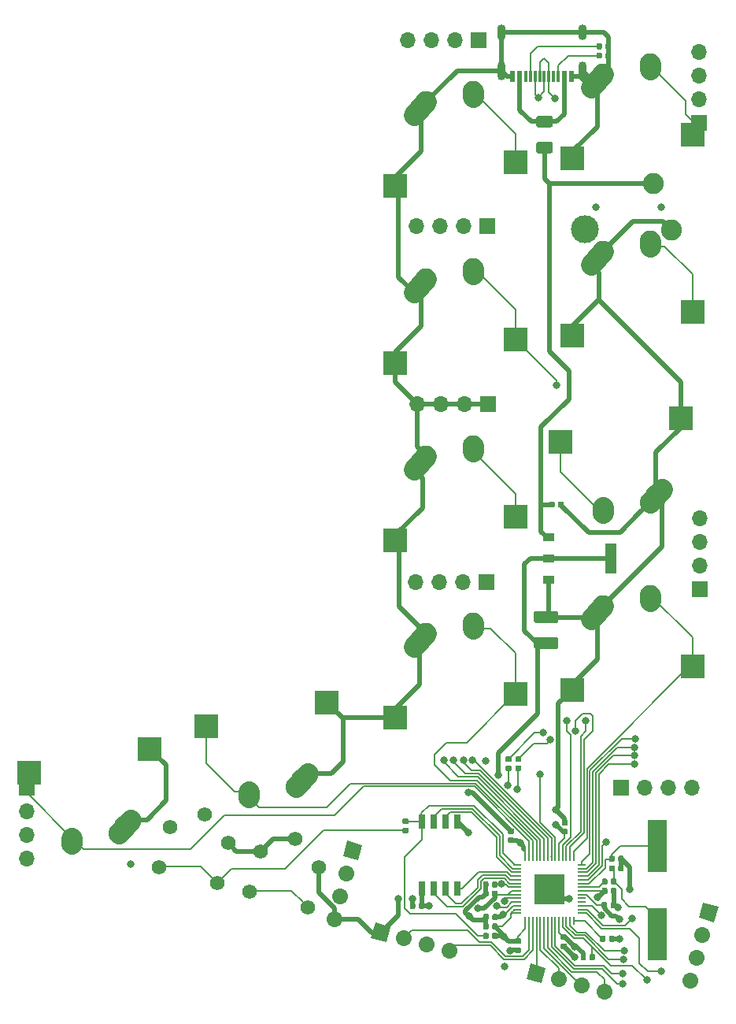
<source format=gbr>
G04 #@! TF.GenerationSoftware,KiCad,Pcbnew,(5.1.4)-1*
G04 #@! TF.CreationDate,2023-06-13T20:25:11-04:00*
G04 #@! TF.ProjectId,ThumbsUp,5468756d-6273-4557-902e-6b696361645f,rev?*
G04 #@! TF.SameCoordinates,Original*
G04 #@! TF.FileFunction,Copper,L2,Bot*
G04 #@! TF.FilePolarity,Positive*
%FSLAX46Y46*%
G04 Gerber Fmt 4.6, Leading zero omitted, Abs format (unit mm)*
G04 Created by KiCad (PCBNEW (5.1.4)-1) date 2023-06-13 20:25:11*
%MOMM*%
%LPD*%
G04 APERTURE LIST*
%ADD10R,1.300000X3.250000*%
%ADD11R,1.300000X0.950000*%
%ADD12C,0.100000*%
%ADD13C,1.250000*%
%ADD14C,1.575000*%
%ADD15C,0.590000*%
%ADD16O,1.700000X1.700000*%
%ADD17R,1.700000X1.700000*%
%ADD18R,2.550000X2.500000*%
%ADD19C,2.250000*%
%ADD20C,2.250000*%
%ADD21R,0.600000X1.160000*%
%ADD22R,0.300000X1.160000*%
%ADD23O,0.900000X1.700000*%
%ADD24O,0.900000X2.000000*%
%ADD25C,1.700000*%
%ADD26C,1.700000*%
%ADD27C,0.800000*%
%ADD28C,3.000000*%
%ADD29R,2.100000X5.600000*%
%ADD30R,0.650000X1.650000*%
%ADD31R,3.200000X3.200000*%
%ADD32R,0.850000X0.200000*%
%ADD33R,0.200000X0.850000*%
%ADD34C,0.200000*%
%ADD35C,0.500000*%
G04 APERTURE END LIST*
D10*
X119425000Y-426500000D03*
D11*
X112725000Y-424210000D03*
X112725000Y-426500000D03*
X112725000Y-428790000D03*
D12*
G36*
X113519504Y-432186204D02*
G01*
X113543773Y-432189804D01*
X113567571Y-432195765D01*
X113590671Y-432204030D01*
X113612849Y-432214520D01*
X113633893Y-432227133D01*
X113653598Y-432241747D01*
X113671777Y-432258223D01*
X113688253Y-432276402D01*
X113702867Y-432296107D01*
X113715480Y-432317151D01*
X113725970Y-432339329D01*
X113734235Y-432362429D01*
X113740196Y-432386227D01*
X113743796Y-432410496D01*
X113745000Y-432435000D01*
X113745000Y-433185000D01*
X113743796Y-433209504D01*
X113740196Y-433233773D01*
X113734235Y-433257571D01*
X113725970Y-433280671D01*
X113715480Y-433302849D01*
X113702867Y-433323893D01*
X113688253Y-433343598D01*
X113671777Y-433361777D01*
X113653598Y-433378253D01*
X113633893Y-433392867D01*
X113612849Y-433405480D01*
X113590671Y-433415970D01*
X113567571Y-433424235D01*
X113543773Y-433430196D01*
X113519504Y-433433796D01*
X113495000Y-433435000D01*
X111345000Y-433435000D01*
X111320496Y-433433796D01*
X111296227Y-433430196D01*
X111272429Y-433424235D01*
X111249329Y-433415970D01*
X111227151Y-433405480D01*
X111206107Y-433392867D01*
X111186402Y-433378253D01*
X111168223Y-433361777D01*
X111151747Y-433343598D01*
X111137133Y-433323893D01*
X111124520Y-433302849D01*
X111114030Y-433280671D01*
X111105765Y-433257571D01*
X111099804Y-433233773D01*
X111096204Y-433209504D01*
X111095000Y-433185000D01*
X111095000Y-432435000D01*
X111096204Y-432410496D01*
X111099804Y-432386227D01*
X111105765Y-432362429D01*
X111114030Y-432339329D01*
X111124520Y-432317151D01*
X111137133Y-432296107D01*
X111151747Y-432276402D01*
X111168223Y-432258223D01*
X111186402Y-432241747D01*
X111206107Y-432227133D01*
X111227151Y-432214520D01*
X111249329Y-432204030D01*
X111272429Y-432195765D01*
X111296227Y-432189804D01*
X111320496Y-432186204D01*
X111345000Y-432185000D01*
X113495000Y-432185000D01*
X113519504Y-432186204D01*
X113519504Y-432186204D01*
G37*
D13*
X112420000Y-432810000D03*
D12*
G36*
X113519504Y-434986204D02*
G01*
X113543773Y-434989804D01*
X113567571Y-434995765D01*
X113590671Y-435004030D01*
X113612849Y-435014520D01*
X113633893Y-435027133D01*
X113653598Y-435041747D01*
X113671777Y-435058223D01*
X113688253Y-435076402D01*
X113702867Y-435096107D01*
X113715480Y-435117151D01*
X113725970Y-435139329D01*
X113734235Y-435162429D01*
X113740196Y-435186227D01*
X113743796Y-435210496D01*
X113745000Y-435235000D01*
X113745000Y-435985000D01*
X113743796Y-436009504D01*
X113740196Y-436033773D01*
X113734235Y-436057571D01*
X113725970Y-436080671D01*
X113715480Y-436102849D01*
X113702867Y-436123893D01*
X113688253Y-436143598D01*
X113671777Y-436161777D01*
X113653598Y-436178253D01*
X113633893Y-436192867D01*
X113612849Y-436205480D01*
X113590671Y-436215970D01*
X113567571Y-436224235D01*
X113543773Y-436230196D01*
X113519504Y-436233796D01*
X113495000Y-436235000D01*
X111345000Y-436235000D01*
X111320496Y-436233796D01*
X111296227Y-436230196D01*
X111272429Y-436224235D01*
X111249329Y-436215970D01*
X111227151Y-436205480D01*
X111206107Y-436192867D01*
X111186402Y-436178253D01*
X111168223Y-436161777D01*
X111151747Y-436143598D01*
X111137133Y-436123893D01*
X111124520Y-436102849D01*
X111114030Y-436080671D01*
X111105765Y-436057571D01*
X111099804Y-436033773D01*
X111096204Y-436009504D01*
X111095000Y-435985000D01*
X111095000Y-435235000D01*
X111096204Y-435210496D01*
X111099804Y-435186227D01*
X111105765Y-435162429D01*
X111114030Y-435139329D01*
X111124520Y-435117151D01*
X111137133Y-435096107D01*
X111151747Y-435076402D01*
X111168223Y-435058223D01*
X111186402Y-435041747D01*
X111206107Y-435027133D01*
X111227151Y-435014520D01*
X111249329Y-435004030D01*
X111272429Y-434995765D01*
X111296227Y-434989804D01*
X111320496Y-434986204D01*
X111345000Y-434985000D01*
X113495000Y-434985000D01*
X113519504Y-434986204D01*
X113519504Y-434986204D01*
G37*
D13*
X112420000Y-435610000D03*
D14*
X85447277Y-456655373D03*
X87998928Y-459674326D03*
X86826658Y-464018953D03*
X81723356Y-457981047D03*
X80551086Y-462325674D03*
X75669532Y-454055373D03*
X78221183Y-457074326D03*
X77048913Y-461418953D03*
X71945611Y-455381047D03*
X70773341Y-459725674D03*
D12*
G36*
X118676958Y-467080710D02*
G01*
X118691276Y-467082834D01*
X118705317Y-467086351D01*
X118718946Y-467091228D01*
X118732031Y-467097417D01*
X118744447Y-467104858D01*
X118756073Y-467113481D01*
X118766798Y-467123202D01*
X118776519Y-467133927D01*
X118785142Y-467145553D01*
X118792583Y-467157969D01*
X118798772Y-467171054D01*
X118803649Y-467184683D01*
X118807166Y-467198724D01*
X118809290Y-467213042D01*
X118810000Y-467227500D01*
X118810000Y-467572500D01*
X118809290Y-467586958D01*
X118807166Y-467601276D01*
X118803649Y-467615317D01*
X118798772Y-467628946D01*
X118792583Y-467642031D01*
X118785142Y-467654447D01*
X118776519Y-467666073D01*
X118766798Y-467676798D01*
X118756073Y-467686519D01*
X118744447Y-467695142D01*
X118732031Y-467702583D01*
X118718946Y-467708772D01*
X118705317Y-467713649D01*
X118691276Y-467717166D01*
X118676958Y-467719290D01*
X118662500Y-467720000D01*
X118367500Y-467720000D01*
X118353042Y-467719290D01*
X118338724Y-467717166D01*
X118324683Y-467713649D01*
X118311054Y-467708772D01*
X118297969Y-467702583D01*
X118285553Y-467695142D01*
X118273927Y-467686519D01*
X118263202Y-467676798D01*
X118253481Y-467666073D01*
X118244858Y-467654447D01*
X118237417Y-467642031D01*
X118231228Y-467628946D01*
X118226351Y-467615317D01*
X118222834Y-467601276D01*
X118220710Y-467586958D01*
X118220000Y-467572500D01*
X118220000Y-467227500D01*
X118220710Y-467213042D01*
X118222834Y-467198724D01*
X118226351Y-467184683D01*
X118231228Y-467171054D01*
X118237417Y-467157969D01*
X118244858Y-467145553D01*
X118253481Y-467133927D01*
X118263202Y-467123202D01*
X118273927Y-467113481D01*
X118285553Y-467104858D01*
X118297969Y-467097417D01*
X118311054Y-467091228D01*
X118324683Y-467086351D01*
X118338724Y-467082834D01*
X118353042Y-467080710D01*
X118367500Y-467080000D01*
X118662500Y-467080000D01*
X118676958Y-467080710D01*
X118676958Y-467080710D01*
G37*
D15*
X118515000Y-467400000D03*
D12*
G36*
X119646958Y-467080710D02*
G01*
X119661276Y-467082834D01*
X119675317Y-467086351D01*
X119688946Y-467091228D01*
X119702031Y-467097417D01*
X119714447Y-467104858D01*
X119726073Y-467113481D01*
X119736798Y-467123202D01*
X119746519Y-467133927D01*
X119755142Y-467145553D01*
X119762583Y-467157969D01*
X119768772Y-467171054D01*
X119773649Y-467184683D01*
X119777166Y-467198724D01*
X119779290Y-467213042D01*
X119780000Y-467227500D01*
X119780000Y-467572500D01*
X119779290Y-467586958D01*
X119777166Y-467601276D01*
X119773649Y-467615317D01*
X119768772Y-467628946D01*
X119762583Y-467642031D01*
X119755142Y-467654447D01*
X119746519Y-467666073D01*
X119736798Y-467676798D01*
X119726073Y-467686519D01*
X119714447Y-467695142D01*
X119702031Y-467702583D01*
X119688946Y-467708772D01*
X119675317Y-467713649D01*
X119661276Y-467717166D01*
X119646958Y-467719290D01*
X119632500Y-467720000D01*
X119337500Y-467720000D01*
X119323042Y-467719290D01*
X119308724Y-467717166D01*
X119294683Y-467713649D01*
X119281054Y-467708772D01*
X119267969Y-467702583D01*
X119255553Y-467695142D01*
X119243927Y-467686519D01*
X119233202Y-467676798D01*
X119223481Y-467666073D01*
X119214858Y-467654447D01*
X119207417Y-467642031D01*
X119201228Y-467628946D01*
X119196351Y-467615317D01*
X119192834Y-467601276D01*
X119190710Y-467586958D01*
X119190000Y-467572500D01*
X119190000Y-467227500D01*
X119190710Y-467213042D01*
X119192834Y-467198724D01*
X119196351Y-467184683D01*
X119201228Y-467171054D01*
X119207417Y-467157969D01*
X119214858Y-467145553D01*
X119223481Y-467133927D01*
X119233202Y-467123202D01*
X119243927Y-467113481D01*
X119255553Y-467104858D01*
X119267969Y-467097417D01*
X119281054Y-467091228D01*
X119294683Y-467086351D01*
X119308724Y-467082834D01*
X119323042Y-467080710D01*
X119337500Y-467080000D01*
X119632500Y-467080000D01*
X119646958Y-467080710D01*
X119646958Y-467080710D01*
G37*
D15*
X119485000Y-467400000D03*
D16*
X97510000Y-370820000D03*
X100050000Y-370820000D03*
X102590000Y-370820000D03*
D17*
X105130000Y-370820000D03*
D18*
X109117789Y-422052952D03*
X96190789Y-424592952D03*
D19*
X99532789Y-415512952D03*
X98877790Y-416242952D03*
D20*
X98222789Y-416972952D02*
X99532791Y-415512952D01*
D19*
X104572789Y-414432952D03*
X104552789Y-414722952D03*
D20*
X104532789Y-415012952D02*
X104572789Y-414432952D01*
D18*
X128167790Y-380960000D03*
X115240790Y-383500000D03*
D19*
X118582790Y-374420000D03*
X117927791Y-375150000D03*
D20*
X117272790Y-375880000D02*
X118582792Y-374420000D01*
D19*
X123622790Y-373340000D03*
X123602790Y-373630000D03*
D20*
X123582790Y-373920000D02*
X123622790Y-373340000D01*
D18*
X109117790Y-383940000D03*
X96190790Y-386480000D03*
D19*
X99532790Y-377400000D03*
X98877791Y-378130000D03*
D20*
X98222790Y-378860000D02*
X99532792Y-377400000D01*
D19*
X104572790Y-376320000D03*
X104552790Y-376610000D03*
D20*
X104532790Y-376900000D02*
X104572790Y-376320000D01*
D18*
X128167789Y-438102952D03*
X115240789Y-440642952D03*
D19*
X118582789Y-431562952D03*
X117927790Y-432292952D03*
D20*
X117272789Y-433022952D02*
X118582791Y-431562952D01*
D19*
X123622789Y-430482952D03*
X123602789Y-430772952D03*
D20*
X123582789Y-431062952D02*
X123622789Y-430482952D01*
D18*
X113997789Y-413972952D03*
X126924789Y-411432952D03*
D19*
X123582789Y-420512952D03*
X124237788Y-419782952D03*
D20*
X124892789Y-419052952D02*
X123582787Y-420512952D01*
D19*
X118542789Y-421592952D03*
X118562789Y-421302952D03*
D20*
X118582789Y-421012952D02*
X118542789Y-421592952D01*
D19*
X123602790Y-392672952D03*
D20*
X123582790Y-392962952D02*
X123622790Y-392382952D01*
D19*
X123622790Y-392382952D03*
X117927791Y-394192952D03*
D20*
X117272790Y-394922952D02*
X118582792Y-393462952D01*
D19*
X118582790Y-393462952D03*
D18*
X115240790Y-402542952D03*
X128167790Y-400002952D03*
X109117790Y-441102952D03*
X96190790Y-443642952D03*
D19*
X99532790Y-434562952D03*
X98877791Y-435292952D03*
D20*
X98222790Y-436022952D02*
X99532792Y-434562952D01*
D19*
X104572790Y-433482952D03*
X104552790Y-433772952D03*
D20*
X104532790Y-434062952D02*
X104572790Y-433482952D01*
D19*
X104552790Y-395672952D03*
D20*
X104532790Y-395962952D02*
X104572790Y-395382952D01*
D19*
X104572790Y-395382952D03*
X98877791Y-397192952D03*
D20*
X98222790Y-397922952D02*
X99532792Y-396462952D01*
D19*
X99532790Y-396462952D03*
D18*
X96190790Y-405542952D03*
X109117790Y-403002952D03*
X75897789Y-444522953D03*
X88824789Y-441982953D03*
D19*
X85482789Y-451062953D03*
X86137788Y-450332953D03*
D20*
X86792789Y-449602953D02*
X85482787Y-451062953D01*
D19*
X80442789Y-452142953D03*
X80462789Y-451852953D03*
D20*
X80482789Y-451562953D02*
X80442789Y-452142953D01*
D18*
X56847789Y-449522952D03*
X69774789Y-446982952D03*
D19*
X66432789Y-456062952D03*
X67087788Y-455332952D03*
D20*
X67742789Y-454602952D02*
X66432787Y-456062952D01*
D19*
X61392789Y-457142952D03*
X61412789Y-456852952D03*
D20*
X61432789Y-456562952D02*
X61392789Y-457142952D01*
D12*
G36*
X117556958Y-469055710D02*
G01*
X117571276Y-469057834D01*
X117585317Y-469061351D01*
X117598946Y-469066228D01*
X117612031Y-469072417D01*
X117624447Y-469079858D01*
X117636073Y-469088481D01*
X117646798Y-469098202D01*
X117656519Y-469108927D01*
X117665142Y-469120553D01*
X117672583Y-469132969D01*
X117678772Y-469146054D01*
X117683649Y-469159683D01*
X117687166Y-469173724D01*
X117689290Y-469188042D01*
X117690000Y-469202500D01*
X117690000Y-469547500D01*
X117689290Y-469561958D01*
X117687166Y-469576276D01*
X117683649Y-469590317D01*
X117678772Y-469603946D01*
X117672583Y-469617031D01*
X117665142Y-469629447D01*
X117656519Y-469641073D01*
X117646798Y-469651798D01*
X117636073Y-469661519D01*
X117624447Y-469670142D01*
X117612031Y-469677583D01*
X117598946Y-469683772D01*
X117585317Y-469688649D01*
X117571276Y-469692166D01*
X117556958Y-469694290D01*
X117542500Y-469695000D01*
X117247500Y-469695000D01*
X117233042Y-469694290D01*
X117218724Y-469692166D01*
X117204683Y-469688649D01*
X117191054Y-469683772D01*
X117177969Y-469677583D01*
X117165553Y-469670142D01*
X117153927Y-469661519D01*
X117143202Y-469651798D01*
X117133481Y-469641073D01*
X117124858Y-469629447D01*
X117117417Y-469617031D01*
X117111228Y-469603946D01*
X117106351Y-469590317D01*
X117102834Y-469576276D01*
X117100710Y-469561958D01*
X117100000Y-469547500D01*
X117100000Y-469202500D01*
X117100710Y-469188042D01*
X117102834Y-469173724D01*
X117106351Y-469159683D01*
X117111228Y-469146054D01*
X117117417Y-469132969D01*
X117124858Y-469120553D01*
X117133481Y-469108927D01*
X117143202Y-469098202D01*
X117153927Y-469088481D01*
X117165553Y-469079858D01*
X117177969Y-469072417D01*
X117191054Y-469066228D01*
X117204683Y-469061351D01*
X117218724Y-469057834D01*
X117233042Y-469055710D01*
X117247500Y-469055000D01*
X117542500Y-469055000D01*
X117556958Y-469055710D01*
X117556958Y-469055710D01*
G37*
D15*
X117395000Y-469375000D03*
D12*
G36*
X116586958Y-469055710D02*
G01*
X116601276Y-469057834D01*
X116615317Y-469061351D01*
X116628946Y-469066228D01*
X116642031Y-469072417D01*
X116654447Y-469079858D01*
X116666073Y-469088481D01*
X116676798Y-469098202D01*
X116686519Y-469108927D01*
X116695142Y-469120553D01*
X116702583Y-469132969D01*
X116708772Y-469146054D01*
X116713649Y-469159683D01*
X116717166Y-469173724D01*
X116719290Y-469188042D01*
X116720000Y-469202500D01*
X116720000Y-469547500D01*
X116719290Y-469561958D01*
X116717166Y-469576276D01*
X116713649Y-469590317D01*
X116708772Y-469603946D01*
X116702583Y-469617031D01*
X116695142Y-469629447D01*
X116686519Y-469641073D01*
X116676798Y-469651798D01*
X116666073Y-469661519D01*
X116654447Y-469670142D01*
X116642031Y-469677583D01*
X116628946Y-469683772D01*
X116615317Y-469688649D01*
X116601276Y-469692166D01*
X116586958Y-469694290D01*
X116572500Y-469695000D01*
X116277500Y-469695000D01*
X116263042Y-469694290D01*
X116248724Y-469692166D01*
X116234683Y-469688649D01*
X116221054Y-469683772D01*
X116207969Y-469677583D01*
X116195553Y-469670142D01*
X116183927Y-469661519D01*
X116173202Y-469651798D01*
X116163481Y-469641073D01*
X116154858Y-469629447D01*
X116147417Y-469617031D01*
X116141228Y-469603946D01*
X116136351Y-469590317D01*
X116132834Y-469576276D01*
X116130710Y-469561958D01*
X116130000Y-469547500D01*
X116130000Y-469202500D01*
X116130710Y-469188042D01*
X116132834Y-469173724D01*
X116136351Y-469159683D01*
X116141228Y-469146054D01*
X116147417Y-469132969D01*
X116154858Y-469120553D01*
X116163481Y-469108927D01*
X116173202Y-469098202D01*
X116183927Y-469088481D01*
X116195553Y-469079858D01*
X116207969Y-469072417D01*
X116221054Y-469066228D01*
X116234683Y-469061351D01*
X116248724Y-469057834D01*
X116263042Y-469055710D01*
X116277500Y-469055000D01*
X116572500Y-469055000D01*
X116586958Y-469055710D01*
X116586958Y-469055710D01*
G37*
D15*
X116425000Y-469375000D03*
D12*
G36*
X109612958Y-447797710D02*
G01*
X109627276Y-447799834D01*
X109641317Y-447803351D01*
X109654946Y-447808228D01*
X109668031Y-447814417D01*
X109680447Y-447821858D01*
X109692073Y-447830481D01*
X109702798Y-447840202D01*
X109712519Y-447850927D01*
X109721142Y-447862553D01*
X109728583Y-447874969D01*
X109734772Y-447888054D01*
X109739649Y-447901683D01*
X109743166Y-447915724D01*
X109745290Y-447930042D01*
X109746000Y-447944500D01*
X109746000Y-448239500D01*
X109745290Y-448253958D01*
X109743166Y-448268276D01*
X109739649Y-448282317D01*
X109734772Y-448295946D01*
X109728583Y-448309031D01*
X109721142Y-448321447D01*
X109712519Y-448333073D01*
X109702798Y-448343798D01*
X109692073Y-448353519D01*
X109680447Y-448362142D01*
X109668031Y-448369583D01*
X109654946Y-448375772D01*
X109641317Y-448380649D01*
X109627276Y-448384166D01*
X109612958Y-448386290D01*
X109598500Y-448387000D01*
X109253500Y-448387000D01*
X109239042Y-448386290D01*
X109224724Y-448384166D01*
X109210683Y-448380649D01*
X109197054Y-448375772D01*
X109183969Y-448369583D01*
X109171553Y-448362142D01*
X109159927Y-448353519D01*
X109149202Y-448343798D01*
X109139481Y-448333073D01*
X109130858Y-448321447D01*
X109123417Y-448309031D01*
X109117228Y-448295946D01*
X109112351Y-448282317D01*
X109108834Y-448268276D01*
X109106710Y-448253958D01*
X109106000Y-448239500D01*
X109106000Y-447944500D01*
X109106710Y-447930042D01*
X109108834Y-447915724D01*
X109112351Y-447901683D01*
X109117228Y-447888054D01*
X109123417Y-447874969D01*
X109130858Y-447862553D01*
X109139481Y-447850927D01*
X109149202Y-447840202D01*
X109159927Y-447830481D01*
X109171553Y-447821858D01*
X109183969Y-447814417D01*
X109197054Y-447808228D01*
X109210683Y-447803351D01*
X109224724Y-447799834D01*
X109239042Y-447797710D01*
X109253500Y-447797000D01*
X109598500Y-447797000D01*
X109612958Y-447797710D01*
X109612958Y-447797710D01*
G37*
D15*
X109426000Y-448092000D03*
D12*
G36*
X109612958Y-448767710D02*
G01*
X109627276Y-448769834D01*
X109641317Y-448773351D01*
X109654946Y-448778228D01*
X109668031Y-448784417D01*
X109680447Y-448791858D01*
X109692073Y-448800481D01*
X109702798Y-448810202D01*
X109712519Y-448820927D01*
X109721142Y-448832553D01*
X109728583Y-448844969D01*
X109734772Y-448858054D01*
X109739649Y-448871683D01*
X109743166Y-448885724D01*
X109745290Y-448900042D01*
X109746000Y-448914500D01*
X109746000Y-449209500D01*
X109745290Y-449223958D01*
X109743166Y-449238276D01*
X109739649Y-449252317D01*
X109734772Y-449265946D01*
X109728583Y-449279031D01*
X109721142Y-449291447D01*
X109712519Y-449303073D01*
X109702798Y-449313798D01*
X109692073Y-449323519D01*
X109680447Y-449332142D01*
X109668031Y-449339583D01*
X109654946Y-449345772D01*
X109641317Y-449350649D01*
X109627276Y-449354166D01*
X109612958Y-449356290D01*
X109598500Y-449357000D01*
X109253500Y-449357000D01*
X109239042Y-449356290D01*
X109224724Y-449354166D01*
X109210683Y-449350649D01*
X109197054Y-449345772D01*
X109183969Y-449339583D01*
X109171553Y-449332142D01*
X109159927Y-449323519D01*
X109149202Y-449313798D01*
X109139481Y-449303073D01*
X109130858Y-449291447D01*
X109123417Y-449279031D01*
X109117228Y-449265946D01*
X109112351Y-449252317D01*
X109108834Y-449238276D01*
X109106710Y-449223958D01*
X109106000Y-449209500D01*
X109106000Y-448914500D01*
X109106710Y-448900042D01*
X109108834Y-448885724D01*
X109112351Y-448871683D01*
X109117228Y-448858054D01*
X109123417Y-448844969D01*
X109130858Y-448832553D01*
X109139481Y-448820927D01*
X109149202Y-448810202D01*
X109159927Y-448800481D01*
X109171553Y-448791858D01*
X109183969Y-448784417D01*
X109197054Y-448778228D01*
X109210683Y-448773351D01*
X109224724Y-448769834D01*
X109239042Y-448767710D01*
X109253500Y-448767000D01*
X109598500Y-448767000D01*
X109612958Y-448767710D01*
X109612958Y-448767710D01*
G37*
D15*
X109426000Y-449062000D03*
D12*
G36*
X108562958Y-447797710D02*
G01*
X108577276Y-447799834D01*
X108591317Y-447803351D01*
X108604946Y-447808228D01*
X108618031Y-447814417D01*
X108630447Y-447821858D01*
X108642073Y-447830481D01*
X108652798Y-447840202D01*
X108662519Y-447850927D01*
X108671142Y-447862553D01*
X108678583Y-447874969D01*
X108684772Y-447888054D01*
X108689649Y-447901683D01*
X108693166Y-447915724D01*
X108695290Y-447930042D01*
X108696000Y-447944500D01*
X108696000Y-448239500D01*
X108695290Y-448253958D01*
X108693166Y-448268276D01*
X108689649Y-448282317D01*
X108684772Y-448295946D01*
X108678583Y-448309031D01*
X108671142Y-448321447D01*
X108662519Y-448333073D01*
X108652798Y-448343798D01*
X108642073Y-448353519D01*
X108630447Y-448362142D01*
X108618031Y-448369583D01*
X108604946Y-448375772D01*
X108591317Y-448380649D01*
X108577276Y-448384166D01*
X108562958Y-448386290D01*
X108548500Y-448387000D01*
X108203500Y-448387000D01*
X108189042Y-448386290D01*
X108174724Y-448384166D01*
X108160683Y-448380649D01*
X108147054Y-448375772D01*
X108133969Y-448369583D01*
X108121553Y-448362142D01*
X108109927Y-448353519D01*
X108099202Y-448343798D01*
X108089481Y-448333073D01*
X108080858Y-448321447D01*
X108073417Y-448309031D01*
X108067228Y-448295946D01*
X108062351Y-448282317D01*
X108058834Y-448268276D01*
X108056710Y-448253958D01*
X108056000Y-448239500D01*
X108056000Y-447944500D01*
X108056710Y-447930042D01*
X108058834Y-447915724D01*
X108062351Y-447901683D01*
X108067228Y-447888054D01*
X108073417Y-447874969D01*
X108080858Y-447862553D01*
X108089481Y-447850927D01*
X108099202Y-447840202D01*
X108109927Y-447830481D01*
X108121553Y-447821858D01*
X108133969Y-447814417D01*
X108147054Y-447808228D01*
X108160683Y-447803351D01*
X108174724Y-447799834D01*
X108189042Y-447797710D01*
X108203500Y-447797000D01*
X108548500Y-447797000D01*
X108562958Y-447797710D01*
X108562958Y-447797710D01*
G37*
D15*
X108376000Y-448092000D03*
D12*
G36*
X108562958Y-448767710D02*
G01*
X108577276Y-448769834D01*
X108591317Y-448773351D01*
X108604946Y-448778228D01*
X108618031Y-448784417D01*
X108630447Y-448791858D01*
X108642073Y-448800481D01*
X108652798Y-448810202D01*
X108662519Y-448820927D01*
X108671142Y-448832553D01*
X108678583Y-448844969D01*
X108684772Y-448858054D01*
X108689649Y-448871683D01*
X108693166Y-448885724D01*
X108695290Y-448900042D01*
X108696000Y-448914500D01*
X108696000Y-449209500D01*
X108695290Y-449223958D01*
X108693166Y-449238276D01*
X108689649Y-449252317D01*
X108684772Y-449265946D01*
X108678583Y-449279031D01*
X108671142Y-449291447D01*
X108662519Y-449303073D01*
X108652798Y-449313798D01*
X108642073Y-449323519D01*
X108630447Y-449332142D01*
X108618031Y-449339583D01*
X108604946Y-449345772D01*
X108591317Y-449350649D01*
X108577276Y-449354166D01*
X108562958Y-449356290D01*
X108548500Y-449357000D01*
X108203500Y-449357000D01*
X108189042Y-449356290D01*
X108174724Y-449354166D01*
X108160683Y-449350649D01*
X108147054Y-449345772D01*
X108133969Y-449339583D01*
X108121553Y-449332142D01*
X108109927Y-449323519D01*
X108099202Y-449313798D01*
X108089481Y-449303073D01*
X108080858Y-449291447D01*
X108073417Y-449279031D01*
X108067228Y-449265946D01*
X108062351Y-449252317D01*
X108058834Y-449238276D01*
X108056710Y-449223958D01*
X108056000Y-449209500D01*
X108056000Y-448914500D01*
X108056710Y-448900042D01*
X108058834Y-448885724D01*
X108062351Y-448871683D01*
X108067228Y-448858054D01*
X108073417Y-448844969D01*
X108080858Y-448832553D01*
X108089481Y-448820927D01*
X108099202Y-448810202D01*
X108109927Y-448800481D01*
X108121553Y-448791858D01*
X108133969Y-448784417D01*
X108147054Y-448778228D01*
X108160683Y-448773351D01*
X108174724Y-448769834D01*
X108189042Y-448767710D01*
X108203500Y-448767000D01*
X108548500Y-448767000D01*
X108562958Y-448767710D01*
X108562958Y-448767710D01*
G37*
D15*
X108376000Y-449062000D03*
D12*
G36*
X118286958Y-372155710D02*
G01*
X118301276Y-372157834D01*
X118315317Y-372161351D01*
X118328946Y-372166228D01*
X118342031Y-372172417D01*
X118354447Y-372179858D01*
X118366073Y-372188481D01*
X118376798Y-372198202D01*
X118386519Y-372208927D01*
X118395142Y-372220553D01*
X118402583Y-372232969D01*
X118408772Y-372246054D01*
X118413649Y-372259683D01*
X118417166Y-372273724D01*
X118419290Y-372288042D01*
X118420000Y-372302500D01*
X118420000Y-372647500D01*
X118419290Y-372661958D01*
X118417166Y-372676276D01*
X118413649Y-372690317D01*
X118408772Y-372703946D01*
X118402583Y-372717031D01*
X118395142Y-372729447D01*
X118386519Y-372741073D01*
X118376798Y-372751798D01*
X118366073Y-372761519D01*
X118354447Y-372770142D01*
X118342031Y-372777583D01*
X118328946Y-372783772D01*
X118315317Y-372788649D01*
X118301276Y-372792166D01*
X118286958Y-372794290D01*
X118272500Y-372795000D01*
X117977500Y-372795000D01*
X117963042Y-372794290D01*
X117948724Y-372792166D01*
X117934683Y-372788649D01*
X117921054Y-372783772D01*
X117907969Y-372777583D01*
X117895553Y-372770142D01*
X117883927Y-372761519D01*
X117873202Y-372751798D01*
X117863481Y-372741073D01*
X117854858Y-372729447D01*
X117847417Y-372717031D01*
X117841228Y-372703946D01*
X117836351Y-372690317D01*
X117832834Y-372676276D01*
X117830710Y-372661958D01*
X117830000Y-372647500D01*
X117830000Y-372302500D01*
X117830710Y-372288042D01*
X117832834Y-372273724D01*
X117836351Y-372259683D01*
X117841228Y-372246054D01*
X117847417Y-372232969D01*
X117854858Y-372220553D01*
X117863481Y-372208927D01*
X117873202Y-372198202D01*
X117883927Y-372188481D01*
X117895553Y-372179858D01*
X117907969Y-372172417D01*
X117921054Y-372166228D01*
X117934683Y-372161351D01*
X117948724Y-372157834D01*
X117963042Y-372155710D01*
X117977500Y-372155000D01*
X118272500Y-372155000D01*
X118286958Y-372155710D01*
X118286958Y-372155710D01*
G37*
D15*
X118125000Y-372475000D03*
D12*
G36*
X119256958Y-372155710D02*
G01*
X119271276Y-372157834D01*
X119285317Y-372161351D01*
X119298946Y-372166228D01*
X119312031Y-372172417D01*
X119324447Y-372179858D01*
X119336073Y-372188481D01*
X119346798Y-372198202D01*
X119356519Y-372208927D01*
X119365142Y-372220553D01*
X119372583Y-372232969D01*
X119378772Y-372246054D01*
X119383649Y-372259683D01*
X119387166Y-372273724D01*
X119389290Y-372288042D01*
X119390000Y-372302500D01*
X119390000Y-372647500D01*
X119389290Y-372661958D01*
X119387166Y-372676276D01*
X119383649Y-372690317D01*
X119378772Y-372703946D01*
X119372583Y-372717031D01*
X119365142Y-372729447D01*
X119356519Y-372741073D01*
X119346798Y-372751798D01*
X119336073Y-372761519D01*
X119324447Y-372770142D01*
X119312031Y-372777583D01*
X119298946Y-372783772D01*
X119285317Y-372788649D01*
X119271276Y-372792166D01*
X119256958Y-372794290D01*
X119242500Y-372795000D01*
X118947500Y-372795000D01*
X118933042Y-372794290D01*
X118918724Y-372792166D01*
X118904683Y-372788649D01*
X118891054Y-372783772D01*
X118877969Y-372777583D01*
X118865553Y-372770142D01*
X118853927Y-372761519D01*
X118843202Y-372751798D01*
X118833481Y-372741073D01*
X118824858Y-372729447D01*
X118817417Y-372717031D01*
X118811228Y-372703946D01*
X118806351Y-372690317D01*
X118802834Y-372676276D01*
X118800710Y-372661958D01*
X118800000Y-372647500D01*
X118800000Y-372302500D01*
X118800710Y-372288042D01*
X118802834Y-372273724D01*
X118806351Y-372259683D01*
X118811228Y-372246054D01*
X118817417Y-372232969D01*
X118824858Y-372220553D01*
X118833481Y-372208927D01*
X118843202Y-372198202D01*
X118853927Y-372188481D01*
X118865553Y-372179858D01*
X118877969Y-372172417D01*
X118891054Y-372166228D01*
X118904683Y-372161351D01*
X118918724Y-372157834D01*
X118933042Y-372155710D01*
X118947500Y-372155000D01*
X119242500Y-372155000D01*
X119256958Y-372155710D01*
X119256958Y-372155710D01*
G37*
D15*
X119095000Y-372475000D03*
D12*
G36*
X119256958Y-371155710D02*
G01*
X119271276Y-371157834D01*
X119285317Y-371161351D01*
X119298946Y-371166228D01*
X119312031Y-371172417D01*
X119324447Y-371179858D01*
X119336073Y-371188481D01*
X119346798Y-371198202D01*
X119356519Y-371208927D01*
X119365142Y-371220553D01*
X119372583Y-371232969D01*
X119378772Y-371246054D01*
X119383649Y-371259683D01*
X119387166Y-371273724D01*
X119389290Y-371288042D01*
X119390000Y-371302500D01*
X119390000Y-371647500D01*
X119389290Y-371661958D01*
X119387166Y-371676276D01*
X119383649Y-371690317D01*
X119378772Y-371703946D01*
X119372583Y-371717031D01*
X119365142Y-371729447D01*
X119356519Y-371741073D01*
X119346798Y-371751798D01*
X119336073Y-371761519D01*
X119324447Y-371770142D01*
X119312031Y-371777583D01*
X119298946Y-371783772D01*
X119285317Y-371788649D01*
X119271276Y-371792166D01*
X119256958Y-371794290D01*
X119242500Y-371795000D01*
X118947500Y-371795000D01*
X118933042Y-371794290D01*
X118918724Y-371792166D01*
X118904683Y-371788649D01*
X118891054Y-371783772D01*
X118877969Y-371777583D01*
X118865553Y-371770142D01*
X118853927Y-371761519D01*
X118843202Y-371751798D01*
X118833481Y-371741073D01*
X118824858Y-371729447D01*
X118817417Y-371717031D01*
X118811228Y-371703946D01*
X118806351Y-371690317D01*
X118802834Y-371676276D01*
X118800710Y-371661958D01*
X118800000Y-371647500D01*
X118800000Y-371302500D01*
X118800710Y-371288042D01*
X118802834Y-371273724D01*
X118806351Y-371259683D01*
X118811228Y-371246054D01*
X118817417Y-371232969D01*
X118824858Y-371220553D01*
X118833481Y-371208927D01*
X118843202Y-371198202D01*
X118853927Y-371188481D01*
X118865553Y-371179858D01*
X118877969Y-371172417D01*
X118891054Y-371166228D01*
X118904683Y-371161351D01*
X118918724Y-371157834D01*
X118933042Y-371155710D01*
X118947500Y-371155000D01*
X119242500Y-371155000D01*
X119256958Y-371155710D01*
X119256958Y-371155710D01*
G37*
D15*
X119095000Y-371475000D03*
D12*
G36*
X118286958Y-371155710D02*
G01*
X118301276Y-371157834D01*
X118315317Y-371161351D01*
X118328946Y-371166228D01*
X118342031Y-371172417D01*
X118354447Y-371179858D01*
X118366073Y-371188481D01*
X118376798Y-371198202D01*
X118386519Y-371208927D01*
X118395142Y-371220553D01*
X118402583Y-371232969D01*
X118408772Y-371246054D01*
X118413649Y-371259683D01*
X118417166Y-371273724D01*
X118419290Y-371288042D01*
X118420000Y-371302500D01*
X118420000Y-371647500D01*
X118419290Y-371661958D01*
X118417166Y-371676276D01*
X118413649Y-371690317D01*
X118408772Y-371703946D01*
X118402583Y-371717031D01*
X118395142Y-371729447D01*
X118386519Y-371741073D01*
X118376798Y-371751798D01*
X118366073Y-371761519D01*
X118354447Y-371770142D01*
X118342031Y-371777583D01*
X118328946Y-371783772D01*
X118315317Y-371788649D01*
X118301276Y-371792166D01*
X118286958Y-371794290D01*
X118272500Y-371795000D01*
X117977500Y-371795000D01*
X117963042Y-371794290D01*
X117948724Y-371792166D01*
X117934683Y-371788649D01*
X117921054Y-371783772D01*
X117907969Y-371777583D01*
X117895553Y-371770142D01*
X117883927Y-371761519D01*
X117873202Y-371751798D01*
X117863481Y-371741073D01*
X117854858Y-371729447D01*
X117847417Y-371717031D01*
X117841228Y-371703946D01*
X117836351Y-371690317D01*
X117832834Y-371676276D01*
X117830710Y-371661958D01*
X117830000Y-371647500D01*
X117830000Y-371302500D01*
X117830710Y-371288042D01*
X117832834Y-371273724D01*
X117836351Y-371259683D01*
X117841228Y-371246054D01*
X117847417Y-371232969D01*
X117854858Y-371220553D01*
X117863481Y-371208927D01*
X117873202Y-371198202D01*
X117883927Y-371188481D01*
X117895553Y-371179858D01*
X117907969Y-371172417D01*
X117921054Y-371166228D01*
X117934683Y-371161351D01*
X117948724Y-371157834D01*
X117963042Y-371155710D01*
X117977500Y-371155000D01*
X118272500Y-371155000D01*
X118286958Y-371155710D01*
X118286958Y-371155710D01*
G37*
D15*
X118125000Y-371475000D03*
D12*
G36*
X107071958Y-466770710D02*
G01*
X107086276Y-466772834D01*
X107100317Y-466776351D01*
X107113946Y-466781228D01*
X107127031Y-466787417D01*
X107139447Y-466794858D01*
X107151073Y-466803481D01*
X107161798Y-466813202D01*
X107171519Y-466823927D01*
X107180142Y-466835553D01*
X107187583Y-466847969D01*
X107193772Y-466861054D01*
X107198649Y-466874683D01*
X107202166Y-466888724D01*
X107204290Y-466903042D01*
X107205000Y-466917500D01*
X107205000Y-467262500D01*
X107204290Y-467276958D01*
X107202166Y-467291276D01*
X107198649Y-467305317D01*
X107193772Y-467318946D01*
X107187583Y-467332031D01*
X107180142Y-467344447D01*
X107171519Y-467356073D01*
X107161798Y-467366798D01*
X107151073Y-467376519D01*
X107139447Y-467385142D01*
X107127031Y-467392583D01*
X107113946Y-467398772D01*
X107100317Y-467403649D01*
X107086276Y-467407166D01*
X107071958Y-467409290D01*
X107057500Y-467410000D01*
X106762500Y-467410000D01*
X106748042Y-467409290D01*
X106733724Y-467407166D01*
X106719683Y-467403649D01*
X106706054Y-467398772D01*
X106692969Y-467392583D01*
X106680553Y-467385142D01*
X106668927Y-467376519D01*
X106658202Y-467366798D01*
X106648481Y-467356073D01*
X106639858Y-467344447D01*
X106632417Y-467332031D01*
X106626228Y-467318946D01*
X106621351Y-467305317D01*
X106617834Y-467291276D01*
X106615710Y-467276958D01*
X106615000Y-467262500D01*
X106615000Y-466917500D01*
X106615710Y-466903042D01*
X106617834Y-466888724D01*
X106621351Y-466874683D01*
X106626228Y-466861054D01*
X106632417Y-466847969D01*
X106639858Y-466835553D01*
X106648481Y-466823927D01*
X106658202Y-466813202D01*
X106668927Y-466803481D01*
X106680553Y-466794858D01*
X106692969Y-466787417D01*
X106706054Y-466781228D01*
X106719683Y-466776351D01*
X106733724Y-466772834D01*
X106748042Y-466770710D01*
X106762500Y-466770000D01*
X107057500Y-466770000D01*
X107071958Y-466770710D01*
X107071958Y-466770710D01*
G37*
D15*
X106910000Y-467090000D03*
D12*
G36*
X106101958Y-466770710D02*
G01*
X106116276Y-466772834D01*
X106130317Y-466776351D01*
X106143946Y-466781228D01*
X106157031Y-466787417D01*
X106169447Y-466794858D01*
X106181073Y-466803481D01*
X106191798Y-466813202D01*
X106201519Y-466823927D01*
X106210142Y-466835553D01*
X106217583Y-466847969D01*
X106223772Y-466861054D01*
X106228649Y-466874683D01*
X106232166Y-466888724D01*
X106234290Y-466903042D01*
X106235000Y-466917500D01*
X106235000Y-467262500D01*
X106234290Y-467276958D01*
X106232166Y-467291276D01*
X106228649Y-467305317D01*
X106223772Y-467318946D01*
X106217583Y-467332031D01*
X106210142Y-467344447D01*
X106201519Y-467356073D01*
X106191798Y-467366798D01*
X106181073Y-467376519D01*
X106169447Y-467385142D01*
X106157031Y-467392583D01*
X106143946Y-467398772D01*
X106130317Y-467403649D01*
X106116276Y-467407166D01*
X106101958Y-467409290D01*
X106087500Y-467410000D01*
X105792500Y-467410000D01*
X105778042Y-467409290D01*
X105763724Y-467407166D01*
X105749683Y-467403649D01*
X105736054Y-467398772D01*
X105722969Y-467392583D01*
X105710553Y-467385142D01*
X105698927Y-467376519D01*
X105688202Y-467366798D01*
X105678481Y-467356073D01*
X105669858Y-467344447D01*
X105662417Y-467332031D01*
X105656228Y-467318946D01*
X105651351Y-467305317D01*
X105647834Y-467291276D01*
X105645710Y-467276958D01*
X105645000Y-467262500D01*
X105645000Y-466917500D01*
X105645710Y-466903042D01*
X105647834Y-466888724D01*
X105651351Y-466874683D01*
X105656228Y-466861054D01*
X105662417Y-466847969D01*
X105669858Y-466835553D01*
X105678481Y-466823927D01*
X105688202Y-466813202D01*
X105698927Y-466803481D01*
X105710553Y-466794858D01*
X105722969Y-466787417D01*
X105736054Y-466781228D01*
X105749683Y-466776351D01*
X105763724Y-466772834D01*
X105778042Y-466770710D01*
X105792500Y-466770000D01*
X106087500Y-466770000D01*
X106101958Y-466770710D01*
X106101958Y-466770710D01*
G37*
D15*
X105940000Y-467090000D03*
D12*
G36*
X119846958Y-460930710D02*
G01*
X119861276Y-460932834D01*
X119875317Y-460936351D01*
X119888946Y-460941228D01*
X119902031Y-460947417D01*
X119914447Y-460954858D01*
X119926073Y-460963481D01*
X119936798Y-460973202D01*
X119946519Y-460983927D01*
X119955142Y-460995553D01*
X119962583Y-461007969D01*
X119968772Y-461021054D01*
X119973649Y-461034683D01*
X119977166Y-461048724D01*
X119979290Y-461063042D01*
X119980000Y-461077500D01*
X119980000Y-461422500D01*
X119979290Y-461436958D01*
X119977166Y-461451276D01*
X119973649Y-461465317D01*
X119968772Y-461478946D01*
X119962583Y-461492031D01*
X119955142Y-461504447D01*
X119946519Y-461516073D01*
X119936798Y-461526798D01*
X119926073Y-461536519D01*
X119914447Y-461545142D01*
X119902031Y-461552583D01*
X119888946Y-461558772D01*
X119875317Y-461563649D01*
X119861276Y-461567166D01*
X119846958Y-461569290D01*
X119832500Y-461570000D01*
X119537500Y-461570000D01*
X119523042Y-461569290D01*
X119508724Y-461567166D01*
X119494683Y-461563649D01*
X119481054Y-461558772D01*
X119467969Y-461552583D01*
X119455553Y-461545142D01*
X119443927Y-461536519D01*
X119433202Y-461526798D01*
X119423481Y-461516073D01*
X119414858Y-461504447D01*
X119407417Y-461492031D01*
X119401228Y-461478946D01*
X119396351Y-461465317D01*
X119392834Y-461451276D01*
X119390710Y-461436958D01*
X119390000Y-461422500D01*
X119390000Y-461077500D01*
X119390710Y-461063042D01*
X119392834Y-461048724D01*
X119396351Y-461034683D01*
X119401228Y-461021054D01*
X119407417Y-461007969D01*
X119414858Y-460995553D01*
X119423481Y-460983927D01*
X119433202Y-460973202D01*
X119443927Y-460963481D01*
X119455553Y-460954858D01*
X119467969Y-460947417D01*
X119481054Y-460941228D01*
X119494683Y-460936351D01*
X119508724Y-460932834D01*
X119523042Y-460930710D01*
X119537500Y-460930000D01*
X119832500Y-460930000D01*
X119846958Y-460930710D01*
X119846958Y-460930710D01*
G37*
D15*
X119685000Y-461250000D03*
D12*
G36*
X118876958Y-460930710D02*
G01*
X118891276Y-460932834D01*
X118905317Y-460936351D01*
X118918946Y-460941228D01*
X118932031Y-460947417D01*
X118944447Y-460954858D01*
X118956073Y-460963481D01*
X118966798Y-460973202D01*
X118976519Y-460983927D01*
X118985142Y-460995553D01*
X118992583Y-461007969D01*
X118998772Y-461021054D01*
X119003649Y-461034683D01*
X119007166Y-461048724D01*
X119009290Y-461063042D01*
X119010000Y-461077500D01*
X119010000Y-461422500D01*
X119009290Y-461436958D01*
X119007166Y-461451276D01*
X119003649Y-461465317D01*
X118998772Y-461478946D01*
X118992583Y-461492031D01*
X118985142Y-461504447D01*
X118976519Y-461516073D01*
X118966798Y-461526798D01*
X118956073Y-461536519D01*
X118944447Y-461545142D01*
X118932031Y-461552583D01*
X118918946Y-461558772D01*
X118905317Y-461563649D01*
X118891276Y-461567166D01*
X118876958Y-461569290D01*
X118862500Y-461570000D01*
X118567500Y-461570000D01*
X118553042Y-461569290D01*
X118538724Y-461567166D01*
X118524683Y-461563649D01*
X118511054Y-461558772D01*
X118497969Y-461552583D01*
X118485553Y-461545142D01*
X118473927Y-461536519D01*
X118463202Y-461526798D01*
X118453481Y-461516073D01*
X118444858Y-461504447D01*
X118437417Y-461492031D01*
X118431228Y-461478946D01*
X118426351Y-461465317D01*
X118422834Y-461451276D01*
X118420710Y-461436958D01*
X118420000Y-461422500D01*
X118420000Y-461077500D01*
X118420710Y-461063042D01*
X118422834Y-461048724D01*
X118426351Y-461034683D01*
X118431228Y-461021054D01*
X118437417Y-461007969D01*
X118444858Y-460995553D01*
X118453481Y-460983927D01*
X118463202Y-460973202D01*
X118473927Y-460963481D01*
X118485553Y-460954858D01*
X118497969Y-460947417D01*
X118511054Y-460941228D01*
X118524683Y-460936351D01*
X118538724Y-460932834D01*
X118553042Y-460930710D01*
X118567500Y-460930000D01*
X118862500Y-460930000D01*
X118876958Y-460930710D01*
X118876958Y-460930710D01*
G37*
D15*
X118715000Y-461250000D03*
D12*
G36*
X97486958Y-454485710D02*
G01*
X97501276Y-454487834D01*
X97515317Y-454491351D01*
X97528946Y-454496228D01*
X97542031Y-454502417D01*
X97554447Y-454509858D01*
X97566073Y-454518481D01*
X97576798Y-454528202D01*
X97586519Y-454538927D01*
X97595142Y-454550553D01*
X97602583Y-454562969D01*
X97608772Y-454576054D01*
X97613649Y-454589683D01*
X97617166Y-454603724D01*
X97619290Y-454618042D01*
X97620000Y-454632500D01*
X97620000Y-454927500D01*
X97619290Y-454941958D01*
X97617166Y-454956276D01*
X97613649Y-454970317D01*
X97608772Y-454983946D01*
X97602583Y-454997031D01*
X97595142Y-455009447D01*
X97586519Y-455021073D01*
X97576798Y-455031798D01*
X97566073Y-455041519D01*
X97554447Y-455050142D01*
X97542031Y-455057583D01*
X97528946Y-455063772D01*
X97515317Y-455068649D01*
X97501276Y-455072166D01*
X97486958Y-455074290D01*
X97472500Y-455075000D01*
X97127500Y-455075000D01*
X97113042Y-455074290D01*
X97098724Y-455072166D01*
X97084683Y-455068649D01*
X97071054Y-455063772D01*
X97057969Y-455057583D01*
X97045553Y-455050142D01*
X97033927Y-455041519D01*
X97023202Y-455031798D01*
X97013481Y-455021073D01*
X97004858Y-455009447D01*
X96997417Y-454997031D01*
X96991228Y-454983946D01*
X96986351Y-454970317D01*
X96982834Y-454956276D01*
X96980710Y-454941958D01*
X96980000Y-454927500D01*
X96980000Y-454632500D01*
X96980710Y-454618042D01*
X96982834Y-454603724D01*
X96986351Y-454589683D01*
X96991228Y-454576054D01*
X96997417Y-454562969D01*
X97004858Y-454550553D01*
X97013481Y-454538927D01*
X97023202Y-454528202D01*
X97033927Y-454518481D01*
X97045553Y-454509858D01*
X97057969Y-454502417D01*
X97071054Y-454496228D01*
X97084683Y-454491351D01*
X97098724Y-454487834D01*
X97113042Y-454485710D01*
X97127500Y-454485000D01*
X97472500Y-454485000D01*
X97486958Y-454485710D01*
X97486958Y-454485710D01*
G37*
D15*
X97300000Y-454780000D03*
D12*
G36*
X97486958Y-455455710D02*
G01*
X97501276Y-455457834D01*
X97515317Y-455461351D01*
X97528946Y-455466228D01*
X97542031Y-455472417D01*
X97554447Y-455479858D01*
X97566073Y-455488481D01*
X97576798Y-455498202D01*
X97586519Y-455508927D01*
X97595142Y-455520553D01*
X97602583Y-455532969D01*
X97608772Y-455546054D01*
X97613649Y-455559683D01*
X97617166Y-455573724D01*
X97619290Y-455588042D01*
X97620000Y-455602500D01*
X97620000Y-455897500D01*
X97619290Y-455911958D01*
X97617166Y-455926276D01*
X97613649Y-455940317D01*
X97608772Y-455953946D01*
X97602583Y-455967031D01*
X97595142Y-455979447D01*
X97586519Y-455991073D01*
X97576798Y-456001798D01*
X97566073Y-456011519D01*
X97554447Y-456020142D01*
X97542031Y-456027583D01*
X97528946Y-456033772D01*
X97515317Y-456038649D01*
X97501276Y-456042166D01*
X97486958Y-456044290D01*
X97472500Y-456045000D01*
X97127500Y-456045000D01*
X97113042Y-456044290D01*
X97098724Y-456042166D01*
X97084683Y-456038649D01*
X97071054Y-456033772D01*
X97057969Y-456027583D01*
X97045553Y-456020142D01*
X97033927Y-456011519D01*
X97023202Y-456001798D01*
X97013481Y-455991073D01*
X97004858Y-455979447D01*
X96997417Y-455967031D01*
X96991228Y-455953946D01*
X96986351Y-455940317D01*
X96982834Y-455926276D01*
X96980710Y-455911958D01*
X96980000Y-455897500D01*
X96980000Y-455602500D01*
X96980710Y-455588042D01*
X96982834Y-455573724D01*
X96986351Y-455559683D01*
X96991228Y-455546054D01*
X96997417Y-455532969D01*
X97004858Y-455520553D01*
X97013481Y-455508927D01*
X97023202Y-455498202D01*
X97033927Y-455488481D01*
X97045553Y-455479858D01*
X97057969Y-455472417D01*
X97071054Y-455466228D01*
X97084683Y-455461351D01*
X97098724Y-455457834D01*
X97113042Y-455455710D01*
X97127500Y-455455000D01*
X97472500Y-455455000D01*
X97486958Y-455455710D01*
X97486958Y-455455710D01*
G37*
D15*
X97300000Y-455750000D03*
D12*
G36*
X109586958Y-468325710D02*
G01*
X109601276Y-468327834D01*
X109615317Y-468331351D01*
X109628946Y-468336228D01*
X109642031Y-468342417D01*
X109654447Y-468349858D01*
X109666073Y-468358481D01*
X109676798Y-468368202D01*
X109686519Y-468378927D01*
X109695142Y-468390553D01*
X109702583Y-468402969D01*
X109708772Y-468416054D01*
X109713649Y-468429683D01*
X109717166Y-468443724D01*
X109719290Y-468458042D01*
X109720000Y-468472500D01*
X109720000Y-468767500D01*
X109719290Y-468781958D01*
X109717166Y-468796276D01*
X109713649Y-468810317D01*
X109708772Y-468823946D01*
X109702583Y-468837031D01*
X109695142Y-468849447D01*
X109686519Y-468861073D01*
X109676798Y-468871798D01*
X109666073Y-468881519D01*
X109654447Y-468890142D01*
X109642031Y-468897583D01*
X109628946Y-468903772D01*
X109615317Y-468908649D01*
X109601276Y-468912166D01*
X109586958Y-468914290D01*
X109572500Y-468915000D01*
X109227500Y-468915000D01*
X109213042Y-468914290D01*
X109198724Y-468912166D01*
X109184683Y-468908649D01*
X109171054Y-468903772D01*
X109157969Y-468897583D01*
X109145553Y-468890142D01*
X109133927Y-468881519D01*
X109123202Y-468871798D01*
X109113481Y-468861073D01*
X109104858Y-468849447D01*
X109097417Y-468837031D01*
X109091228Y-468823946D01*
X109086351Y-468810317D01*
X109082834Y-468796276D01*
X109080710Y-468781958D01*
X109080000Y-468767500D01*
X109080000Y-468472500D01*
X109080710Y-468458042D01*
X109082834Y-468443724D01*
X109086351Y-468429683D01*
X109091228Y-468416054D01*
X109097417Y-468402969D01*
X109104858Y-468390553D01*
X109113481Y-468378927D01*
X109123202Y-468368202D01*
X109133927Y-468358481D01*
X109145553Y-468349858D01*
X109157969Y-468342417D01*
X109171054Y-468336228D01*
X109184683Y-468331351D01*
X109198724Y-468327834D01*
X109213042Y-468325710D01*
X109227500Y-468325000D01*
X109572500Y-468325000D01*
X109586958Y-468325710D01*
X109586958Y-468325710D01*
G37*
D15*
X109400000Y-468620000D03*
D12*
G36*
X109586958Y-467355710D02*
G01*
X109601276Y-467357834D01*
X109615317Y-467361351D01*
X109628946Y-467366228D01*
X109642031Y-467372417D01*
X109654447Y-467379858D01*
X109666073Y-467388481D01*
X109676798Y-467398202D01*
X109686519Y-467408927D01*
X109695142Y-467420553D01*
X109702583Y-467432969D01*
X109708772Y-467446054D01*
X109713649Y-467459683D01*
X109717166Y-467473724D01*
X109719290Y-467488042D01*
X109720000Y-467502500D01*
X109720000Y-467797500D01*
X109719290Y-467811958D01*
X109717166Y-467826276D01*
X109713649Y-467840317D01*
X109708772Y-467853946D01*
X109702583Y-467867031D01*
X109695142Y-467879447D01*
X109686519Y-467891073D01*
X109676798Y-467901798D01*
X109666073Y-467911519D01*
X109654447Y-467920142D01*
X109642031Y-467927583D01*
X109628946Y-467933772D01*
X109615317Y-467938649D01*
X109601276Y-467942166D01*
X109586958Y-467944290D01*
X109572500Y-467945000D01*
X109227500Y-467945000D01*
X109213042Y-467944290D01*
X109198724Y-467942166D01*
X109184683Y-467938649D01*
X109171054Y-467933772D01*
X109157969Y-467927583D01*
X109145553Y-467920142D01*
X109133927Y-467911519D01*
X109123202Y-467901798D01*
X109113481Y-467891073D01*
X109104858Y-467879447D01*
X109097417Y-467867031D01*
X109091228Y-467853946D01*
X109086351Y-467840317D01*
X109082834Y-467826276D01*
X109080710Y-467811958D01*
X109080000Y-467797500D01*
X109080000Y-467502500D01*
X109080710Y-467488042D01*
X109082834Y-467473724D01*
X109086351Y-467459683D01*
X109091228Y-467446054D01*
X109097417Y-467432969D01*
X109104858Y-467420553D01*
X109113481Y-467408927D01*
X109123202Y-467398202D01*
X109133927Y-467388481D01*
X109145553Y-467379858D01*
X109157969Y-467372417D01*
X109171054Y-467366228D01*
X109184683Y-467361351D01*
X109198724Y-467357834D01*
X109213042Y-467355710D01*
X109227500Y-467355000D01*
X109572500Y-467355000D01*
X109586958Y-467355710D01*
X109586958Y-467355710D01*
G37*
D15*
X109400000Y-467650000D03*
D12*
G36*
X114611958Y-454620710D02*
G01*
X114626276Y-454622834D01*
X114640317Y-454626351D01*
X114653946Y-454631228D01*
X114667031Y-454637417D01*
X114679447Y-454644858D01*
X114691073Y-454653481D01*
X114701798Y-454663202D01*
X114711519Y-454673927D01*
X114720142Y-454685553D01*
X114727583Y-454697969D01*
X114733772Y-454711054D01*
X114738649Y-454724683D01*
X114742166Y-454738724D01*
X114744290Y-454753042D01*
X114745000Y-454767500D01*
X114745000Y-455062500D01*
X114744290Y-455076958D01*
X114742166Y-455091276D01*
X114738649Y-455105317D01*
X114733772Y-455118946D01*
X114727583Y-455132031D01*
X114720142Y-455144447D01*
X114711519Y-455156073D01*
X114701798Y-455166798D01*
X114691073Y-455176519D01*
X114679447Y-455185142D01*
X114667031Y-455192583D01*
X114653946Y-455198772D01*
X114640317Y-455203649D01*
X114626276Y-455207166D01*
X114611958Y-455209290D01*
X114597500Y-455210000D01*
X114252500Y-455210000D01*
X114238042Y-455209290D01*
X114223724Y-455207166D01*
X114209683Y-455203649D01*
X114196054Y-455198772D01*
X114182969Y-455192583D01*
X114170553Y-455185142D01*
X114158927Y-455176519D01*
X114148202Y-455166798D01*
X114138481Y-455156073D01*
X114129858Y-455144447D01*
X114122417Y-455132031D01*
X114116228Y-455118946D01*
X114111351Y-455105317D01*
X114107834Y-455091276D01*
X114105710Y-455076958D01*
X114105000Y-455062500D01*
X114105000Y-454767500D01*
X114105710Y-454753042D01*
X114107834Y-454738724D01*
X114111351Y-454724683D01*
X114116228Y-454711054D01*
X114122417Y-454697969D01*
X114129858Y-454685553D01*
X114138481Y-454673927D01*
X114148202Y-454663202D01*
X114158927Y-454653481D01*
X114170553Y-454644858D01*
X114182969Y-454637417D01*
X114196054Y-454631228D01*
X114209683Y-454626351D01*
X114223724Y-454622834D01*
X114238042Y-454620710D01*
X114252500Y-454620000D01*
X114597500Y-454620000D01*
X114611958Y-454620710D01*
X114611958Y-454620710D01*
G37*
D15*
X114425000Y-454915000D03*
D12*
G36*
X114611958Y-455590710D02*
G01*
X114626276Y-455592834D01*
X114640317Y-455596351D01*
X114653946Y-455601228D01*
X114667031Y-455607417D01*
X114679447Y-455614858D01*
X114691073Y-455623481D01*
X114701798Y-455633202D01*
X114711519Y-455643927D01*
X114720142Y-455655553D01*
X114727583Y-455667969D01*
X114733772Y-455681054D01*
X114738649Y-455694683D01*
X114742166Y-455708724D01*
X114744290Y-455723042D01*
X114745000Y-455737500D01*
X114745000Y-456032500D01*
X114744290Y-456046958D01*
X114742166Y-456061276D01*
X114738649Y-456075317D01*
X114733772Y-456088946D01*
X114727583Y-456102031D01*
X114720142Y-456114447D01*
X114711519Y-456126073D01*
X114701798Y-456136798D01*
X114691073Y-456146519D01*
X114679447Y-456155142D01*
X114667031Y-456162583D01*
X114653946Y-456168772D01*
X114640317Y-456173649D01*
X114626276Y-456177166D01*
X114611958Y-456179290D01*
X114597500Y-456180000D01*
X114252500Y-456180000D01*
X114238042Y-456179290D01*
X114223724Y-456177166D01*
X114209683Y-456173649D01*
X114196054Y-456168772D01*
X114182969Y-456162583D01*
X114170553Y-456155142D01*
X114158927Y-456146519D01*
X114148202Y-456136798D01*
X114138481Y-456126073D01*
X114129858Y-456114447D01*
X114122417Y-456102031D01*
X114116228Y-456088946D01*
X114111351Y-456075317D01*
X114107834Y-456061276D01*
X114105710Y-456046958D01*
X114105000Y-456032500D01*
X114105000Y-455737500D01*
X114105710Y-455723042D01*
X114107834Y-455708724D01*
X114111351Y-455694683D01*
X114116228Y-455681054D01*
X114122417Y-455667969D01*
X114129858Y-455655553D01*
X114138481Y-455643927D01*
X114148202Y-455633202D01*
X114158927Y-455623481D01*
X114170553Y-455614858D01*
X114182969Y-455607417D01*
X114196054Y-455601228D01*
X114209683Y-455596351D01*
X114223724Y-455592834D01*
X114238042Y-455590710D01*
X114252500Y-455590000D01*
X114597500Y-455590000D01*
X114611958Y-455590710D01*
X114611958Y-455590710D01*
G37*
D15*
X114425000Y-455885000D03*
D12*
G36*
X119846958Y-461930710D02*
G01*
X119861276Y-461932834D01*
X119875317Y-461936351D01*
X119888946Y-461941228D01*
X119902031Y-461947417D01*
X119914447Y-461954858D01*
X119926073Y-461963481D01*
X119936798Y-461973202D01*
X119946519Y-461983927D01*
X119955142Y-461995553D01*
X119962583Y-462007969D01*
X119968772Y-462021054D01*
X119973649Y-462034683D01*
X119977166Y-462048724D01*
X119979290Y-462063042D01*
X119980000Y-462077500D01*
X119980000Y-462422500D01*
X119979290Y-462436958D01*
X119977166Y-462451276D01*
X119973649Y-462465317D01*
X119968772Y-462478946D01*
X119962583Y-462492031D01*
X119955142Y-462504447D01*
X119946519Y-462516073D01*
X119936798Y-462526798D01*
X119926073Y-462536519D01*
X119914447Y-462545142D01*
X119902031Y-462552583D01*
X119888946Y-462558772D01*
X119875317Y-462563649D01*
X119861276Y-462567166D01*
X119846958Y-462569290D01*
X119832500Y-462570000D01*
X119537500Y-462570000D01*
X119523042Y-462569290D01*
X119508724Y-462567166D01*
X119494683Y-462563649D01*
X119481054Y-462558772D01*
X119467969Y-462552583D01*
X119455553Y-462545142D01*
X119443927Y-462536519D01*
X119433202Y-462526798D01*
X119423481Y-462516073D01*
X119414858Y-462504447D01*
X119407417Y-462492031D01*
X119401228Y-462478946D01*
X119396351Y-462465317D01*
X119392834Y-462451276D01*
X119390710Y-462436958D01*
X119390000Y-462422500D01*
X119390000Y-462077500D01*
X119390710Y-462063042D01*
X119392834Y-462048724D01*
X119396351Y-462034683D01*
X119401228Y-462021054D01*
X119407417Y-462007969D01*
X119414858Y-461995553D01*
X119423481Y-461983927D01*
X119433202Y-461973202D01*
X119443927Y-461963481D01*
X119455553Y-461954858D01*
X119467969Y-461947417D01*
X119481054Y-461941228D01*
X119494683Y-461936351D01*
X119508724Y-461932834D01*
X119523042Y-461930710D01*
X119537500Y-461930000D01*
X119832500Y-461930000D01*
X119846958Y-461930710D01*
X119846958Y-461930710D01*
G37*
D15*
X119685000Y-462250000D03*
D12*
G36*
X118876958Y-461930710D02*
G01*
X118891276Y-461932834D01*
X118905317Y-461936351D01*
X118918946Y-461941228D01*
X118932031Y-461947417D01*
X118944447Y-461954858D01*
X118956073Y-461963481D01*
X118966798Y-461973202D01*
X118976519Y-461983927D01*
X118985142Y-461995553D01*
X118992583Y-462007969D01*
X118998772Y-462021054D01*
X119003649Y-462034683D01*
X119007166Y-462048724D01*
X119009290Y-462063042D01*
X119010000Y-462077500D01*
X119010000Y-462422500D01*
X119009290Y-462436958D01*
X119007166Y-462451276D01*
X119003649Y-462465317D01*
X118998772Y-462478946D01*
X118992583Y-462492031D01*
X118985142Y-462504447D01*
X118976519Y-462516073D01*
X118966798Y-462526798D01*
X118956073Y-462536519D01*
X118944447Y-462545142D01*
X118932031Y-462552583D01*
X118918946Y-462558772D01*
X118905317Y-462563649D01*
X118891276Y-462567166D01*
X118876958Y-462569290D01*
X118862500Y-462570000D01*
X118567500Y-462570000D01*
X118553042Y-462569290D01*
X118538724Y-462567166D01*
X118524683Y-462563649D01*
X118511054Y-462558772D01*
X118497969Y-462552583D01*
X118485553Y-462545142D01*
X118473927Y-462536519D01*
X118463202Y-462526798D01*
X118453481Y-462516073D01*
X118444858Y-462504447D01*
X118437417Y-462492031D01*
X118431228Y-462478946D01*
X118426351Y-462465317D01*
X118422834Y-462451276D01*
X118420710Y-462436958D01*
X118420000Y-462422500D01*
X118420000Y-462077500D01*
X118420710Y-462063042D01*
X118422834Y-462048724D01*
X118426351Y-462034683D01*
X118431228Y-462021054D01*
X118437417Y-462007969D01*
X118444858Y-461995553D01*
X118453481Y-461983927D01*
X118463202Y-461973202D01*
X118473927Y-461963481D01*
X118485553Y-461954858D01*
X118497969Y-461947417D01*
X118511054Y-461941228D01*
X118524683Y-461936351D01*
X118538724Y-461932834D01*
X118553042Y-461930710D01*
X118567500Y-461930000D01*
X118862500Y-461930000D01*
X118876958Y-461930710D01*
X118876958Y-461930710D01*
G37*
D15*
X118715000Y-462250000D03*
D12*
G36*
X106091958Y-461230710D02*
G01*
X106106276Y-461232834D01*
X106120317Y-461236351D01*
X106133946Y-461241228D01*
X106147031Y-461247417D01*
X106159447Y-461254858D01*
X106171073Y-461263481D01*
X106181798Y-461273202D01*
X106191519Y-461283927D01*
X106200142Y-461295553D01*
X106207583Y-461307969D01*
X106213772Y-461321054D01*
X106218649Y-461334683D01*
X106222166Y-461348724D01*
X106224290Y-461363042D01*
X106225000Y-461377500D01*
X106225000Y-461722500D01*
X106224290Y-461736958D01*
X106222166Y-461751276D01*
X106218649Y-461765317D01*
X106213772Y-461778946D01*
X106207583Y-461792031D01*
X106200142Y-461804447D01*
X106191519Y-461816073D01*
X106181798Y-461826798D01*
X106171073Y-461836519D01*
X106159447Y-461845142D01*
X106147031Y-461852583D01*
X106133946Y-461858772D01*
X106120317Y-461863649D01*
X106106276Y-461867166D01*
X106091958Y-461869290D01*
X106077500Y-461870000D01*
X105782500Y-461870000D01*
X105768042Y-461869290D01*
X105753724Y-461867166D01*
X105739683Y-461863649D01*
X105726054Y-461858772D01*
X105712969Y-461852583D01*
X105700553Y-461845142D01*
X105688927Y-461836519D01*
X105678202Y-461826798D01*
X105668481Y-461816073D01*
X105659858Y-461804447D01*
X105652417Y-461792031D01*
X105646228Y-461778946D01*
X105641351Y-461765317D01*
X105637834Y-461751276D01*
X105635710Y-461736958D01*
X105635000Y-461722500D01*
X105635000Y-461377500D01*
X105635710Y-461363042D01*
X105637834Y-461348724D01*
X105641351Y-461334683D01*
X105646228Y-461321054D01*
X105652417Y-461307969D01*
X105659858Y-461295553D01*
X105668481Y-461283927D01*
X105678202Y-461273202D01*
X105688927Y-461263481D01*
X105700553Y-461254858D01*
X105712969Y-461247417D01*
X105726054Y-461241228D01*
X105739683Y-461236351D01*
X105753724Y-461232834D01*
X105768042Y-461230710D01*
X105782500Y-461230000D01*
X106077500Y-461230000D01*
X106091958Y-461230710D01*
X106091958Y-461230710D01*
G37*
D15*
X105930000Y-461550000D03*
D12*
G36*
X107061958Y-461230710D02*
G01*
X107076276Y-461232834D01*
X107090317Y-461236351D01*
X107103946Y-461241228D01*
X107117031Y-461247417D01*
X107129447Y-461254858D01*
X107141073Y-461263481D01*
X107151798Y-461273202D01*
X107161519Y-461283927D01*
X107170142Y-461295553D01*
X107177583Y-461307969D01*
X107183772Y-461321054D01*
X107188649Y-461334683D01*
X107192166Y-461348724D01*
X107194290Y-461363042D01*
X107195000Y-461377500D01*
X107195000Y-461722500D01*
X107194290Y-461736958D01*
X107192166Y-461751276D01*
X107188649Y-461765317D01*
X107183772Y-461778946D01*
X107177583Y-461792031D01*
X107170142Y-461804447D01*
X107161519Y-461816073D01*
X107151798Y-461826798D01*
X107141073Y-461836519D01*
X107129447Y-461845142D01*
X107117031Y-461852583D01*
X107103946Y-461858772D01*
X107090317Y-461863649D01*
X107076276Y-461867166D01*
X107061958Y-461869290D01*
X107047500Y-461870000D01*
X106752500Y-461870000D01*
X106738042Y-461869290D01*
X106723724Y-461867166D01*
X106709683Y-461863649D01*
X106696054Y-461858772D01*
X106682969Y-461852583D01*
X106670553Y-461845142D01*
X106658927Y-461836519D01*
X106648202Y-461826798D01*
X106638481Y-461816073D01*
X106629858Y-461804447D01*
X106622417Y-461792031D01*
X106616228Y-461778946D01*
X106611351Y-461765317D01*
X106607834Y-461751276D01*
X106605710Y-461736958D01*
X106605000Y-461722500D01*
X106605000Y-461377500D01*
X106605710Y-461363042D01*
X106607834Y-461348724D01*
X106611351Y-461334683D01*
X106616228Y-461321054D01*
X106622417Y-461307969D01*
X106629858Y-461295553D01*
X106638481Y-461283927D01*
X106648202Y-461273202D01*
X106658927Y-461263481D01*
X106670553Y-461254858D01*
X106682969Y-461247417D01*
X106696054Y-461241228D01*
X106709683Y-461236351D01*
X106723724Y-461232834D01*
X106738042Y-461230710D01*
X106752500Y-461230000D01*
X107047500Y-461230000D01*
X107061958Y-461230710D01*
X107061958Y-461230710D01*
G37*
D15*
X106900000Y-461550000D03*
D12*
G36*
X119831958Y-463455710D02*
G01*
X119846276Y-463457834D01*
X119860317Y-463461351D01*
X119873946Y-463466228D01*
X119887031Y-463472417D01*
X119899447Y-463479858D01*
X119911073Y-463488481D01*
X119921798Y-463498202D01*
X119931519Y-463508927D01*
X119940142Y-463520553D01*
X119947583Y-463532969D01*
X119953772Y-463546054D01*
X119958649Y-463559683D01*
X119962166Y-463573724D01*
X119964290Y-463588042D01*
X119965000Y-463602500D01*
X119965000Y-463947500D01*
X119964290Y-463961958D01*
X119962166Y-463976276D01*
X119958649Y-463990317D01*
X119953772Y-464003946D01*
X119947583Y-464017031D01*
X119940142Y-464029447D01*
X119931519Y-464041073D01*
X119921798Y-464051798D01*
X119911073Y-464061519D01*
X119899447Y-464070142D01*
X119887031Y-464077583D01*
X119873946Y-464083772D01*
X119860317Y-464088649D01*
X119846276Y-464092166D01*
X119831958Y-464094290D01*
X119817500Y-464095000D01*
X119522500Y-464095000D01*
X119508042Y-464094290D01*
X119493724Y-464092166D01*
X119479683Y-464088649D01*
X119466054Y-464083772D01*
X119452969Y-464077583D01*
X119440553Y-464070142D01*
X119428927Y-464061519D01*
X119418202Y-464051798D01*
X119408481Y-464041073D01*
X119399858Y-464029447D01*
X119392417Y-464017031D01*
X119386228Y-464003946D01*
X119381351Y-463990317D01*
X119377834Y-463976276D01*
X119375710Y-463961958D01*
X119375000Y-463947500D01*
X119375000Y-463602500D01*
X119375710Y-463588042D01*
X119377834Y-463573724D01*
X119381351Y-463559683D01*
X119386228Y-463546054D01*
X119392417Y-463532969D01*
X119399858Y-463520553D01*
X119408481Y-463508927D01*
X119418202Y-463498202D01*
X119428927Y-463488481D01*
X119440553Y-463479858D01*
X119452969Y-463472417D01*
X119466054Y-463466228D01*
X119479683Y-463461351D01*
X119493724Y-463457834D01*
X119508042Y-463455710D01*
X119522500Y-463455000D01*
X119817500Y-463455000D01*
X119831958Y-463455710D01*
X119831958Y-463455710D01*
G37*
D15*
X119670000Y-463775000D03*
D12*
G36*
X118861958Y-463455710D02*
G01*
X118876276Y-463457834D01*
X118890317Y-463461351D01*
X118903946Y-463466228D01*
X118917031Y-463472417D01*
X118929447Y-463479858D01*
X118941073Y-463488481D01*
X118951798Y-463498202D01*
X118961519Y-463508927D01*
X118970142Y-463520553D01*
X118977583Y-463532969D01*
X118983772Y-463546054D01*
X118988649Y-463559683D01*
X118992166Y-463573724D01*
X118994290Y-463588042D01*
X118995000Y-463602500D01*
X118995000Y-463947500D01*
X118994290Y-463961958D01*
X118992166Y-463976276D01*
X118988649Y-463990317D01*
X118983772Y-464003946D01*
X118977583Y-464017031D01*
X118970142Y-464029447D01*
X118961519Y-464041073D01*
X118951798Y-464051798D01*
X118941073Y-464061519D01*
X118929447Y-464070142D01*
X118917031Y-464077583D01*
X118903946Y-464083772D01*
X118890317Y-464088649D01*
X118876276Y-464092166D01*
X118861958Y-464094290D01*
X118847500Y-464095000D01*
X118552500Y-464095000D01*
X118538042Y-464094290D01*
X118523724Y-464092166D01*
X118509683Y-464088649D01*
X118496054Y-464083772D01*
X118482969Y-464077583D01*
X118470553Y-464070142D01*
X118458927Y-464061519D01*
X118448202Y-464051798D01*
X118438481Y-464041073D01*
X118429858Y-464029447D01*
X118422417Y-464017031D01*
X118416228Y-464003946D01*
X118411351Y-463990317D01*
X118407834Y-463976276D01*
X118405710Y-463961958D01*
X118405000Y-463947500D01*
X118405000Y-463602500D01*
X118405710Y-463588042D01*
X118407834Y-463573724D01*
X118411351Y-463559683D01*
X118416228Y-463546054D01*
X118422417Y-463532969D01*
X118429858Y-463520553D01*
X118438481Y-463508927D01*
X118448202Y-463498202D01*
X118458927Y-463488481D01*
X118470553Y-463479858D01*
X118482969Y-463472417D01*
X118496054Y-463466228D01*
X118509683Y-463461351D01*
X118523724Y-463457834D01*
X118538042Y-463455710D01*
X118552500Y-463455000D01*
X118847500Y-463455000D01*
X118861958Y-463455710D01*
X118861958Y-463455710D01*
G37*
D15*
X118700000Y-463775000D03*
D12*
G36*
X106126958Y-464730710D02*
G01*
X106141276Y-464732834D01*
X106155317Y-464736351D01*
X106168946Y-464741228D01*
X106182031Y-464747417D01*
X106194447Y-464754858D01*
X106206073Y-464763481D01*
X106216798Y-464773202D01*
X106226519Y-464783927D01*
X106235142Y-464795553D01*
X106242583Y-464807969D01*
X106248772Y-464821054D01*
X106253649Y-464834683D01*
X106257166Y-464848724D01*
X106259290Y-464863042D01*
X106260000Y-464877500D01*
X106260000Y-465222500D01*
X106259290Y-465236958D01*
X106257166Y-465251276D01*
X106253649Y-465265317D01*
X106248772Y-465278946D01*
X106242583Y-465292031D01*
X106235142Y-465304447D01*
X106226519Y-465316073D01*
X106216798Y-465326798D01*
X106206073Y-465336519D01*
X106194447Y-465345142D01*
X106182031Y-465352583D01*
X106168946Y-465358772D01*
X106155317Y-465363649D01*
X106141276Y-465367166D01*
X106126958Y-465369290D01*
X106112500Y-465370000D01*
X105817500Y-465370000D01*
X105803042Y-465369290D01*
X105788724Y-465367166D01*
X105774683Y-465363649D01*
X105761054Y-465358772D01*
X105747969Y-465352583D01*
X105735553Y-465345142D01*
X105723927Y-465336519D01*
X105713202Y-465326798D01*
X105703481Y-465316073D01*
X105694858Y-465304447D01*
X105687417Y-465292031D01*
X105681228Y-465278946D01*
X105676351Y-465265317D01*
X105672834Y-465251276D01*
X105670710Y-465236958D01*
X105670000Y-465222500D01*
X105670000Y-464877500D01*
X105670710Y-464863042D01*
X105672834Y-464848724D01*
X105676351Y-464834683D01*
X105681228Y-464821054D01*
X105687417Y-464807969D01*
X105694858Y-464795553D01*
X105703481Y-464783927D01*
X105713202Y-464773202D01*
X105723927Y-464763481D01*
X105735553Y-464754858D01*
X105747969Y-464747417D01*
X105761054Y-464741228D01*
X105774683Y-464736351D01*
X105788724Y-464732834D01*
X105803042Y-464730710D01*
X105817500Y-464730000D01*
X106112500Y-464730000D01*
X106126958Y-464730710D01*
X106126958Y-464730710D01*
G37*
D15*
X105965000Y-465050000D03*
D12*
G36*
X107096958Y-464730710D02*
G01*
X107111276Y-464732834D01*
X107125317Y-464736351D01*
X107138946Y-464741228D01*
X107152031Y-464747417D01*
X107164447Y-464754858D01*
X107176073Y-464763481D01*
X107186798Y-464773202D01*
X107196519Y-464783927D01*
X107205142Y-464795553D01*
X107212583Y-464807969D01*
X107218772Y-464821054D01*
X107223649Y-464834683D01*
X107227166Y-464848724D01*
X107229290Y-464863042D01*
X107230000Y-464877500D01*
X107230000Y-465222500D01*
X107229290Y-465236958D01*
X107227166Y-465251276D01*
X107223649Y-465265317D01*
X107218772Y-465278946D01*
X107212583Y-465292031D01*
X107205142Y-465304447D01*
X107196519Y-465316073D01*
X107186798Y-465326798D01*
X107176073Y-465336519D01*
X107164447Y-465345142D01*
X107152031Y-465352583D01*
X107138946Y-465358772D01*
X107125317Y-465363649D01*
X107111276Y-465367166D01*
X107096958Y-465369290D01*
X107082500Y-465370000D01*
X106787500Y-465370000D01*
X106773042Y-465369290D01*
X106758724Y-465367166D01*
X106744683Y-465363649D01*
X106731054Y-465358772D01*
X106717969Y-465352583D01*
X106705553Y-465345142D01*
X106693927Y-465336519D01*
X106683202Y-465326798D01*
X106673481Y-465316073D01*
X106664858Y-465304447D01*
X106657417Y-465292031D01*
X106651228Y-465278946D01*
X106646351Y-465265317D01*
X106642834Y-465251276D01*
X106640710Y-465236958D01*
X106640000Y-465222500D01*
X106640000Y-464877500D01*
X106640710Y-464863042D01*
X106642834Y-464848724D01*
X106646351Y-464834683D01*
X106651228Y-464821054D01*
X106657417Y-464807969D01*
X106664858Y-464795553D01*
X106673481Y-464783927D01*
X106683202Y-464773202D01*
X106693927Y-464763481D01*
X106705553Y-464754858D01*
X106717969Y-464747417D01*
X106731054Y-464741228D01*
X106744683Y-464736351D01*
X106758724Y-464732834D01*
X106773042Y-464730710D01*
X106787500Y-464730000D01*
X107082500Y-464730000D01*
X107096958Y-464730710D01*
X107096958Y-464730710D01*
G37*
D15*
X106935000Y-465050000D03*
D12*
G36*
X98216958Y-463540710D02*
G01*
X98231276Y-463542834D01*
X98245317Y-463546351D01*
X98258946Y-463551228D01*
X98272031Y-463557417D01*
X98284447Y-463564858D01*
X98296073Y-463573481D01*
X98306798Y-463583202D01*
X98316519Y-463593927D01*
X98325142Y-463605553D01*
X98332583Y-463617969D01*
X98338772Y-463631054D01*
X98343649Y-463644683D01*
X98347166Y-463658724D01*
X98349290Y-463673042D01*
X98350000Y-463687500D01*
X98350000Y-464032500D01*
X98349290Y-464046958D01*
X98347166Y-464061276D01*
X98343649Y-464075317D01*
X98338772Y-464088946D01*
X98332583Y-464102031D01*
X98325142Y-464114447D01*
X98316519Y-464126073D01*
X98306798Y-464136798D01*
X98296073Y-464146519D01*
X98284447Y-464155142D01*
X98272031Y-464162583D01*
X98258946Y-464168772D01*
X98245317Y-464173649D01*
X98231276Y-464177166D01*
X98216958Y-464179290D01*
X98202500Y-464180000D01*
X97907500Y-464180000D01*
X97893042Y-464179290D01*
X97878724Y-464177166D01*
X97864683Y-464173649D01*
X97851054Y-464168772D01*
X97837969Y-464162583D01*
X97825553Y-464155142D01*
X97813927Y-464146519D01*
X97803202Y-464136798D01*
X97793481Y-464126073D01*
X97784858Y-464114447D01*
X97777417Y-464102031D01*
X97771228Y-464088946D01*
X97766351Y-464075317D01*
X97762834Y-464061276D01*
X97760710Y-464046958D01*
X97760000Y-464032500D01*
X97760000Y-463687500D01*
X97760710Y-463673042D01*
X97762834Y-463658724D01*
X97766351Y-463644683D01*
X97771228Y-463631054D01*
X97777417Y-463617969D01*
X97784858Y-463605553D01*
X97793481Y-463593927D01*
X97803202Y-463583202D01*
X97813927Y-463573481D01*
X97825553Y-463564858D01*
X97837969Y-463557417D01*
X97851054Y-463551228D01*
X97864683Y-463546351D01*
X97878724Y-463542834D01*
X97893042Y-463540710D01*
X97907500Y-463540000D01*
X98202500Y-463540000D01*
X98216958Y-463540710D01*
X98216958Y-463540710D01*
G37*
D15*
X98055000Y-463860000D03*
D12*
G36*
X99186958Y-463540710D02*
G01*
X99201276Y-463542834D01*
X99215317Y-463546351D01*
X99228946Y-463551228D01*
X99242031Y-463557417D01*
X99254447Y-463564858D01*
X99266073Y-463573481D01*
X99276798Y-463583202D01*
X99286519Y-463593927D01*
X99295142Y-463605553D01*
X99302583Y-463617969D01*
X99308772Y-463631054D01*
X99313649Y-463644683D01*
X99317166Y-463658724D01*
X99319290Y-463673042D01*
X99320000Y-463687500D01*
X99320000Y-464032500D01*
X99319290Y-464046958D01*
X99317166Y-464061276D01*
X99313649Y-464075317D01*
X99308772Y-464088946D01*
X99302583Y-464102031D01*
X99295142Y-464114447D01*
X99286519Y-464126073D01*
X99276798Y-464136798D01*
X99266073Y-464146519D01*
X99254447Y-464155142D01*
X99242031Y-464162583D01*
X99228946Y-464168772D01*
X99215317Y-464173649D01*
X99201276Y-464177166D01*
X99186958Y-464179290D01*
X99172500Y-464180000D01*
X98877500Y-464180000D01*
X98863042Y-464179290D01*
X98848724Y-464177166D01*
X98834683Y-464173649D01*
X98821054Y-464168772D01*
X98807969Y-464162583D01*
X98795553Y-464155142D01*
X98783927Y-464146519D01*
X98773202Y-464136798D01*
X98763481Y-464126073D01*
X98754858Y-464114447D01*
X98747417Y-464102031D01*
X98741228Y-464088946D01*
X98736351Y-464075317D01*
X98732834Y-464061276D01*
X98730710Y-464046958D01*
X98730000Y-464032500D01*
X98730000Y-463687500D01*
X98730710Y-463673042D01*
X98732834Y-463658724D01*
X98736351Y-463644683D01*
X98741228Y-463631054D01*
X98747417Y-463617969D01*
X98754858Y-463605553D01*
X98763481Y-463593927D01*
X98773202Y-463583202D01*
X98783927Y-463573481D01*
X98795553Y-463564858D01*
X98807969Y-463557417D01*
X98821054Y-463551228D01*
X98834683Y-463546351D01*
X98848724Y-463542834D01*
X98863042Y-463540710D01*
X98877500Y-463540000D01*
X99172500Y-463540000D01*
X99186958Y-463540710D01*
X99186958Y-463540710D01*
G37*
D15*
X99025000Y-463860000D03*
D12*
G36*
X114171958Y-420410710D02*
G01*
X114186276Y-420412834D01*
X114200317Y-420416351D01*
X114213946Y-420421228D01*
X114227031Y-420427417D01*
X114239447Y-420434858D01*
X114251073Y-420443481D01*
X114261798Y-420453202D01*
X114271519Y-420463927D01*
X114280142Y-420475553D01*
X114287583Y-420487969D01*
X114293772Y-420501054D01*
X114298649Y-420514683D01*
X114302166Y-420528724D01*
X114304290Y-420543042D01*
X114305000Y-420557500D01*
X114305000Y-420902500D01*
X114304290Y-420916958D01*
X114302166Y-420931276D01*
X114298649Y-420945317D01*
X114293772Y-420958946D01*
X114287583Y-420972031D01*
X114280142Y-420984447D01*
X114271519Y-420996073D01*
X114261798Y-421006798D01*
X114251073Y-421016519D01*
X114239447Y-421025142D01*
X114227031Y-421032583D01*
X114213946Y-421038772D01*
X114200317Y-421043649D01*
X114186276Y-421047166D01*
X114171958Y-421049290D01*
X114157500Y-421050000D01*
X113862500Y-421050000D01*
X113848042Y-421049290D01*
X113833724Y-421047166D01*
X113819683Y-421043649D01*
X113806054Y-421038772D01*
X113792969Y-421032583D01*
X113780553Y-421025142D01*
X113768927Y-421016519D01*
X113758202Y-421006798D01*
X113748481Y-420996073D01*
X113739858Y-420984447D01*
X113732417Y-420972031D01*
X113726228Y-420958946D01*
X113721351Y-420945317D01*
X113717834Y-420931276D01*
X113715710Y-420916958D01*
X113715000Y-420902500D01*
X113715000Y-420557500D01*
X113715710Y-420543042D01*
X113717834Y-420528724D01*
X113721351Y-420514683D01*
X113726228Y-420501054D01*
X113732417Y-420487969D01*
X113739858Y-420475553D01*
X113748481Y-420463927D01*
X113758202Y-420453202D01*
X113768927Y-420443481D01*
X113780553Y-420434858D01*
X113792969Y-420427417D01*
X113806054Y-420421228D01*
X113819683Y-420416351D01*
X113833724Y-420412834D01*
X113848042Y-420410710D01*
X113862500Y-420410000D01*
X114157500Y-420410000D01*
X114171958Y-420410710D01*
X114171958Y-420410710D01*
G37*
D15*
X114010000Y-420730000D03*
D12*
G36*
X113201958Y-420410710D02*
G01*
X113216276Y-420412834D01*
X113230317Y-420416351D01*
X113243946Y-420421228D01*
X113257031Y-420427417D01*
X113269447Y-420434858D01*
X113281073Y-420443481D01*
X113291798Y-420453202D01*
X113301519Y-420463927D01*
X113310142Y-420475553D01*
X113317583Y-420487969D01*
X113323772Y-420501054D01*
X113328649Y-420514683D01*
X113332166Y-420528724D01*
X113334290Y-420543042D01*
X113335000Y-420557500D01*
X113335000Y-420902500D01*
X113334290Y-420916958D01*
X113332166Y-420931276D01*
X113328649Y-420945317D01*
X113323772Y-420958946D01*
X113317583Y-420972031D01*
X113310142Y-420984447D01*
X113301519Y-420996073D01*
X113291798Y-421006798D01*
X113281073Y-421016519D01*
X113269447Y-421025142D01*
X113257031Y-421032583D01*
X113243946Y-421038772D01*
X113230317Y-421043649D01*
X113216276Y-421047166D01*
X113201958Y-421049290D01*
X113187500Y-421050000D01*
X112892500Y-421050000D01*
X112878042Y-421049290D01*
X112863724Y-421047166D01*
X112849683Y-421043649D01*
X112836054Y-421038772D01*
X112822969Y-421032583D01*
X112810553Y-421025142D01*
X112798927Y-421016519D01*
X112788202Y-421006798D01*
X112778481Y-420996073D01*
X112769858Y-420984447D01*
X112762417Y-420972031D01*
X112756228Y-420958946D01*
X112751351Y-420945317D01*
X112747834Y-420931276D01*
X112745710Y-420916958D01*
X112745000Y-420902500D01*
X112745000Y-420557500D01*
X112745710Y-420543042D01*
X112747834Y-420528724D01*
X112751351Y-420514683D01*
X112756228Y-420501054D01*
X112762417Y-420487969D01*
X112769858Y-420475553D01*
X112778481Y-420463927D01*
X112788202Y-420453202D01*
X112798927Y-420443481D01*
X112810553Y-420434858D01*
X112822969Y-420427417D01*
X112836054Y-420421228D01*
X112849683Y-420416351D01*
X112863724Y-420412834D01*
X112878042Y-420410710D01*
X112892500Y-420410000D01*
X113187500Y-420410000D01*
X113201958Y-420410710D01*
X113201958Y-420410710D01*
G37*
D15*
X113040000Y-420730000D03*
D12*
G36*
X106121958Y-465750710D02*
G01*
X106136276Y-465752834D01*
X106150317Y-465756351D01*
X106163946Y-465761228D01*
X106177031Y-465767417D01*
X106189447Y-465774858D01*
X106201073Y-465783481D01*
X106211798Y-465793202D01*
X106221519Y-465803927D01*
X106230142Y-465815553D01*
X106237583Y-465827969D01*
X106243772Y-465841054D01*
X106248649Y-465854683D01*
X106252166Y-465868724D01*
X106254290Y-465883042D01*
X106255000Y-465897500D01*
X106255000Y-466242500D01*
X106254290Y-466256958D01*
X106252166Y-466271276D01*
X106248649Y-466285317D01*
X106243772Y-466298946D01*
X106237583Y-466312031D01*
X106230142Y-466324447D01*
X106221519Y-466336073D01*
X106211798Y-466346798D01*
X106201073Y-466356519D01*
X106189447Y-466365142D01*
X106177031Y-466372583D01*
X106163946Y-466378772D01*
X106150317Y-466383649D01*
X106136276Y-466387166D01*
X106121958Y-466389290D01*
X106107500Y-466390000D01*
X105812500Y-466390000D01*
X105798042Y-466389290D01*
X105783724Y-466387166D01*
X105769683Y-466383649D01*
X105756054Y-466378772D01*
X105742969Y-466372583D01*
X105730553Y-466365142D01*
X105718927Y-466356519D01*
X105708202Y-466346798D01*
X105698481Y-466336073D01*
X105689858Y-466324447D01*
X105682417Y-466312031D01*
X105676228Y-466298946D01*
X105671351Y-466285317D01*
X105667834Y-466271276D01*
X105665710Y-466256958D01*
X105665000Y-466242500D01*
X105665000Y-465897500D01*
X105665710Y-465883042D01*
X105667834Y-465868724D01*
X105671351Y-465854683D01*
X105676228Y-465841054D01*
X105682417Y-465827969D01*
X105689858Y-465815553D01*
X105698481Y-465803927D01*
X105708202Y-465793202D01*
X105718927Y-465783481D01*
X105730553Y-465774858D01*
X105742969Y-465767417D01*
X105756054Y-465761228D01*
X105769683Y-465756351D01*
X105783724Y-465752834D01*
X105798042Y-465750710D01*
X105812500Y-465750000D01*
X106107500Y-465750000D01*
X106121958Y-465750710D01*
X106121958Y-465750710D01*
G37*
D15*
X105960000Y-466070000D03*
D12*
G36*
X107091958Y-465750710D02*
G01*
X107106276Y-465752834D01*
X107120317Y-465756351D01*
X107133946Y-465761228D01*
X107147031Y-465767417D01*
X107159447Y-465774858D01*
X107171073Y-465783481D01*
X107181798Y-465793202D01*
X107191519Y-465803927D01*
X107200142Y-465815553D01*
X107207583Y-465827969D01*
X107213772Y-465841054D01*
X107218649Y-465854683D01*
X107222166Y-465868724D01*
X107224290Y-465883042D01*
X107225000Y-465897500D01*
X107225000Y-466242500D01*
X107224290Y-466256958D01*
X107222166Y-466271276D01*
X107218649Y-466285317D01*
X107213772Y-466298946D01*
X107207583Y-466312031D01*
X107200142Y-466324447D01*
X107191519Y-466336073D01*
X107181798Y-466346798D01*
X107171073Y-466356519D01*
X107159447Y-466365142D01*
X107147031Y-466372583D01*
X107133946Y-466378772D01*
X107120317Y-466383649D01*
X107106276Y-466387166D01*
X107091958Y-466389290D01*
X107077500Y-466390000D01*
X106782500Y-466390000D01*
X106768042Y-466389290D01*
X106753724Y-466387166D01*
X106739683Y-466383649D01*
X106726054Y-466378772D01*
X106712969Y-466372583D01*
X106700553Y-466365142D01*
X106688927Y-466356519D01*
X106678202Y-466346798D01*
X106668481Y-466336073D01*
X106659858Y-466324447D01*
X106652417Y-466312031D01*
X106646228Y-466298946D01*
X106641351Y-466285317D01*
X106637834Y-466271276D01*
X106635710Y-466256958D01*
X106635000Y-466242500D01*
X106635000Y-465897500D01*
X106635710Y-465883042D01*
X106637834Y-465868724D01*
X106641351Y-465854683D01*
X106646228Y-465841054D01*
X106652417Y-465827969D01*
X106659858Y-465815553D01*
X106668481Y-465803927D01*
X106678202Y-465793202D01*
X106688927Y-465783481D01*
X106700553Y-465774858D01*
X106712969Y-465767417D01*
X106726054Y-465761228D01*
X106739683Y-465756351D01*
X106753724Y-465752834D01*
X106768042Y-465750710D01*
X106782500Y-465750000D01*
X107077500Y-465750000D01*
X107091958Y-465750710D01*
X107091958Y-465750710D01*
G37*
D15*
X106930000Y-466070000D03*
D12*
G36*
X108836958Y-455535710D02*
G01*
X108851276Y-455537834D01*
X108865317Y-455541351D01*
X108878946Y-455546228D01*
X108892031Y-455552417D01*
X108904447Y-455559858D01*
X108916073Y-455568481D01*
X108926798Y-455578202D01*
X108936519Y-455588927D01*
X108945142Y-455600553D01*
X108952583Y-455612969D01*
X108958772Y-455626054D01*
X108963649Y-455639683D01*
X108967166Y-455653724D01*
X108969290Y-455668042D01*
X108970000Y-455682500D01*
X108970000Y-455977500D01*
X108969290Y-455991958D01*
X108967166Y-456006276D01*
X108963649Y-456020317D01*
X108958772Y-456033946D01*
X108952583Y-456047031D01*
X108945142Y-456059447D01*
X108936519Y-456071073D01*
X108926798Y-456081798D01*
X108916073Y-456091519D01*
X108904447Y-456100142D01*
X108892031Y-456107583D01*
X108878946Y-456113772D01*
X108865317Y-456118649D01*
X108851276Y-456122166D01*
X108836958Y-456124290D01*
X108822500Y-456125000D01*
X108477500Y-456125000D01*
X108463042Y-456124290D01*
X108448724Y-456122166D01*
X108434683Y-456118649D01*
X108421054Y-456113772D01*
X108407969Y-456107583D01*
X108395553Y-456100142D01*
X108383927Y-456091519D01*
X108373202Y-456081798D01*
X108363481Y-456071073D01*
X108354858Y-456059447D01*
X108347417Y-456047031D01*
X108341228Y-456033946D01*
X108336351Y-456020317D01*
X108332834Y-456006276D01*
X108330710Y-455991958D01*
X108330000Y-455977500D01*
X108330000Y-455682500D01*
X108330710Y-455668042D01*
X108332834Y-455653724D01*
X108336351Y-455639683D01*
X108341228Y-455626054D01*
X108347417Y-455612969D01*
X108354858Y-455600553D01*
X108363481Y-455588927D01*
X108373202Y-455578202D01*
X108383927Y-455568481D01*
X108395553Y-455559858D01*
X108407969Y-455552417D01*
X108421054Y-455546228D01*
X108434683Y-455541351D01*
X108448724Y-455537834D01*
X108463042Y-455535710D01*
X108477500Y-455535000D01*
X108822500Y-455535000D01*
X108836958Y-455535710D01*
X108836958Y-455535710D01*
G37*
D15*
X108650000Y-455830000D03*
D12*
G36*
X108836958Y-456505710D02*
G01*
X108851276Y-456507834D01*
X108865317Y-456511351D01*
X108878946Y-456516228D01*
X108892031Y-456522417D01*
X108904447Y-456529858D01*
X108916073Y-456538481D01*
X108926798Y-456548202D01*
X108936519Y-456558927D01*
X108945142Y-456570553D01*
X108952583Y-456582969D01*
X108958772Y-456596054D01*
X108963649Y-456609683D01*
X108967166Y-456623724D01*
X108969290Y-456638042D01*
X108970000Y-456652500D01*
X108970000Y-456947500D01*
X108969290Y-456961958D01*
X108967166Y-456976276D01*
X108963649Y-456990317D01*
X108958772Y-457003946D01*
X108952583Y-457017031D01*
X108945142Y-457029447D01*
X108936519Y-457041073D01*
X108926798Y-457051798D01*
X108916073Y-457061519D01*
X108904447Y-457070142D01*
X108892031Y-457077583D01*
X108878946Y-457083772D01*
X108865317Y-457088649D01*
X108851276Y-457092166D01*
X108836958Y-457094290D01*
X108822500Y-457095000D01*
X108477500Y-457095000D01*
X108463042Y-457094290D01*
X108448724Y-457092166D01*
X108434683Y-457088649D01*
X108421054Y-457083772D01*
X108407969Y-457077583D01*
X108395553Y-457070142D01*
X108383927Y-457061519D01*
X108373202Y-457051798D01*
X108363481Y-457041073D01*
X108354858Y-457029447D01*
X108347417Y-457017031D01*
X108341228Y-457003946D01*
X108336351Y-456990317D01*
X108332834Y-456976276D01*
X108330710Y-456961958D01*
X108330000Y-456947500D01*
X108330000Y-456652500D01*
X108330710Y-456638042D01*
X108332834Y-456623724D01*
X108336351Y-456609683D01*
X108341228Y-456596054D01*
X108347417Y-456582969D01*
X108354858Y-456570553D01*
X108363481Y-456558927D01*
X108373202Y-456548202D01*
X108383927Y-456538481D01*
X108395553Y-456529858D01*
X108407969Y-456522417D01*
X108421054Y-456516228D01*
X108434683Y-456511351D01*
X108448724Y-456507834D01*
X108463042Y-456505710D01*
X108477500Y-456505000D01*
X108822500Y-456505000D01*
X108836958Y-456505710D01*
X108836958Y-456505710D01*
G37*
D15*
X108650000Y-456800000D03*
D12*
G36*
X120631958Y-459505710D02*
G01*
X120646276Y-459507834D01*
X120660317Y-459511351D01*
X120673946Y-459516228D01*
X120687031Y-459522417D01*
X120699447Y-459529858D01*
X120711073Y-459538481D01*
X120721798Y-459548202D01*
X120731519Y-459558927D01*
X120740142Y-459570553D01*
X120747583Y-459582969D01*
X120753772Y-459596054D01*
X120758649Y-459609683D01*
X120762166Y-459623724D01*
X120764290Y-459638042D01*
X120765000Y-459652500D01*
X120765000Y-459997500D01*
X120764290Y-460011958D01*
X120762166Y-460026276D01*
X120758649Y-460040317D01*
X120753772Y-460053946D01*
X120747583Y-460067031D01*
X120740142Y-460079447D01*
X120731519Y-460091073D01*
X120721798Y-460101798D01*
X120711073Y-460111519D01*
X120699447Y-460120142D01*
X120687031Y-460127583D01*
X120673946Y-460133772D01*
X120660317Y-460138649D01*
X120646276Y-460142166D01*
X120631958Y-460144290D01*
X120617500Y-460145000D01*
X120322500Y-460145000D01*
X120308042Y-460144290D01*
X120293724Y-460142166D01*
X120279683Y-460138649D01*
X120266054Y-460133772D01*
X120252969Y-460127583D01*
X120240553Y-460120142D01*
X120228927Y-460111519D01*
X120218202Y-460101798D01*
X120208481Y-460091073D01*
X120199858Y-460079447D01*
X120192417Y-460067031D01*
X120186228Y-460053946D01*
X120181351Y-460040317D01*
X120177834Y-460026276D01*
X120175710Y-460011958D01*
X120175000Y-459997500D01*
X120175000Y-459652500D01*
X120175710Y-459638042D01*
X120177834Y-459623724D01*
X120181351Y-459609683D01*
X120186228Y-459596054D01*
X120192417Y-459582969D01*
X120199858Y-459570553D01*
X120208481Y-459558927D01*
X120218202Y-459548202D01*
X120228927Y-459538481D01*
X120240553Y-459529858D01*
X120252969Y-459522417D01*
X120266054Y-459516228D01*
X120279683Y-459511351D01*
X120293724Y-459507834D01*
X120308042Y-459505710D01*
X120322500Y-459505000D01*
X120617500Y-459505000D01*
X120631958Y-459505710D01*
X120631958Y-459505710D01*
G37*
D15*
X120470000Y-459825000D03*
D12*
G36*
X119661958Y-459505710D02*
G01*
X119676276Y-459507834D01*
X119690317Y-459511351D01*
X119703946Y-459516228D01*
X119717031Y-459522417D01*
X119729447Y-459529858D01*
X119741073Y-459538481D01*
X119751798Y-459548202D01*
X119761519Y-459558927D01*
X119770142Y-459570553D01*
X119777583Y-459582969D01*
X119783772Y-459596054D01*
X119788649Y-459609683D01*
X119792166Y-459623724D01*
X119794290Y-459638042D01*
X119795000Y-459652500D01*
X119795000Y-459997500D01*
X119794290Y-460011958D01*
X119792166Y-460026276D01*
X119788649Y-460040317D01*
X119783772Y-460053946D01*
X119777583Y-460067031D01*
X119770142Y-460079447D01*
X119761519Y-460091073D01*
X119751798Y-460101798D01*
X119741073Y-460111519D01*
X119729447Y-460120142D01*
X119717031Y-460127583D01*
X119703946Y-460133772D01*
X119690317Y-460138649D01*
X119676276Y-460142166D01*
X119661958Y-460144290D01*
X119647500Y-460145000D01*
X119352500Y-460145000D01*
X119338042Y-460144290D01*
X119323724Y-460142166D01*
X119309683Y-460138649D01*
X119296054Y-460133772D01*
X119282969Y-460127583D01*
X119270553Y-460120142D01*
X119258927Y-460111519D01*
X119248202Y-460101798D01*
X119238481Y-460091073D01*
X119229858Y-460079447D01*
X119222417Y-460067031D01*
X119216228Y-460053946D01*
X119211351Y-460040317D01*
X119207834Y-460026276D01*
X119205710Y-460011958D01*
X119205000Y-459997500D01*
X119205000Y-459652500D01*
X119205710Y-459638042D01*
X119207834Y-459623724D01*
X119211351Y-459609683D01*
X119216228Y-459596054D01*
X119222417Y-459582969D01*
X119229858Y-459570553D01*
X119238481Y-459558927D01*
X119248202Y-459548202D01*
X119258927Y-459538481D01*
X119270553Y-459529858D01*
X119282969Y-459522417D01*
X119296054Y-459516228D01*
X119309683Y-459511351D01*
X119323724Y-459507834D01*
X119338042Y-459505710D01*
X119352500Y-459505000D01*
X119647500Y-459505000D01*
X119661958Y-459505710D01*
X119661958Y-459505710D01*
G37*
D15*
X119500000Y-459825000D03*
D12*
G36*
X120631958Y-458480710D02*
G01*
X120646276Y-458482834D01*
X120660317Y-458486351D01*
X120673946Y-458491228D01*
X120687031Y-458497417D01*
X120699447Y-458504858D01*
X120711073Y-458513481D01*
X120721798Y-458523202D01*
X120731519Y-458533927D01*
X120740142Y-458545553D01*
X120747583Y-458557969D01*
X120753772Y-458571054D01*
X120758649Y-458584683D01*
X120762166Y-458598724D01*
X120764290Y-458613042D01*
X120765000Y-458627500D01*
X120765000Y-458972500D01*
X120764290Y-458986958D01*
X120762166Y-459001276D01*
X120758649Y-459015317D01*
X120753772Y-459028946D01*
X120747583Y-459042031D01*
X120740142Y-459054447D01*
X120731519Y-459066073D01*
X120721798Y-459076798D01*
X120711073Y-459086519D01*
X120699447Y-459095142D01*
X120687031Y-459102583D01*
X120673946Y-459108772D01*
X120660317Y-459113649D01*
X120646276Y-459117166D01*
X120631958Y-459119290D01*
X120617500Y-459120000D01*
X120322500Y-459120000D01*
X120308042Y-459119290D01*
X120293724Y-459117166D01*
X120279683Y-459113649D01*
X120266054Y-459108772D01*
X120252969Y-459102583D01*
X120240553Y-459095142D01*
X120228927Y-459086519D01*
X120218202Y-459076798D01*
X120208481Y-459066073D01*
X120199858Y-459054447D01*
X120192417Y-459042031D01*
X120186228Y-459028946D01*
X120181351Y-459015317D01*
X120177834Y-459001276D01*
X120175710Y-458986958D01*
X120175000Y-458972500D01*
X120175000Y-458627500D01*
X120175710Y-458613042D01*
X120177834Y-458598724D01*
X120181351Y-458584683D01*
X120186228Y-458571054D01*
X120192417Y-458557969D01*
X120199858Y-458545553D01*
X120208481Y-458533927D01*
X120218202Y-458523202D01*
X120228927Y-458513481D01*
X120240553Y-458504858D01*
X120252969Y-458497417D01*
X120266054Y-458491228D01*
X120279683Y-458486351D01*
X120293724Y-458482834D01*
X120308042Y-458480710D01*
X120322500Y-458480000D01*
X120617500Y-458480000D01*
X120631958Y-458480710D01*
X120631958Y-458480710D01*
G37*
D15*
X120470000Y-458800000D03*
D12*
G36*
X119661958Y-458480710D02*
G01*
X119676276Y-458482834D01*
X119690317Y-458486351D01*
X119703946Y-458491228D01*
X119717031Y-458497417D01*
X119729447Y-458504858D01*
X119741073Y-458513481D01*
X119751798Y-458523202D01*
X119761519Y-458533927D01*
X119770142Y-458545553D01*
X119777583Y-458557969D01*
X119783772Y-458571054D01*
X119788649Y-458584683D01*
X119792166Y-458598724D01*
X119794290Y-458613042D01*
X119795000Y-458627500D01*
X119795000Y-458972500D01*
X119794290Y-458986958D01*
X119792166Y-459001276D01*
X119788649Y-459015317D01*
X119783772Y-459028946D01*
X119777583Y-459042031D01*
X119770142Y-459054447D01*
X119761519Y-459066073D01*
X119751798Y-459076798D01*
X119741073Y-459086519D01*
X119729447Y-459095142D01*
X119717031Y-459102583D01*
X119703946Y-459108772D01*
X119690317Y-459113649D01*
X119676276Y-459117166D01*
X119661958Y-459119290D01*
X119647500Y-459120000D01*
X119352500Y-459120000D01*
X119338042Y-459119290D01*
X119323724Y-459117166D01*
X119309683Y-459113649D01*
X119296054Y-459108772D01*
X119282969Y-459102583D01*
X119270553Y-459095142D01*
X119258927Y-459086519D01*
X119248202Y-459076798D01*
X119238481Y-459066073D01*
X119229858Y-459054447D01*
X119222417Y-459042031D01*
X119216228Y-459028946D01*
X119211351Y-459015317D01*
X119207834Y-459001276D01*
X119205710Y-458986958D01*
X119205000Y-458972500D01*
X119205000Y-458627500D01*
X119205710Y-458613042D01*
X119207834Y-458598724D01*
X119211351Y-458584683D01*
X119216228Y-458571054D01*
X119222417Y-458557969D01*
X119229858Y-458545553D01*
X119238481Y-458533927D01*
X119248202Y-458523202D01*
X119258927Y-458513481D01*
X119270553Y-458504858D01*
X119282969Y-458497417D01*
X119296054Y-458491228D01*
X119309683Y-458486351D01*
X119323724Y-458482834D01*
X119338042Y-458480710D01*
X119352500Y-458480000D01*
X119647500Y-458480000D01*
X119661958Y-458480710D01*
X119661958Y-458480710D01*
G37*
D15*
X119500000Y-458800000D03*
D12*
G36*
X106091958Y-462230710D02*
G01*
X106106276Y-462232834D01*
X106120317Y-462236351D01*
X106133946Y-462241228D01*
X106147031Y-462247417D01*
X106159447Y-462254858D01*
X106171073Y-462263481D01*
X106181798Y-462273202D01*
X106191519Y-462283927D01*
X106200142Y-462295553D01*
X106207583Y-462307969D01*
X106213772Y-462321054D01*
X106218649Y-462334683D01*
X106222166Y-462348724D01*
X106224290Y-462363042D01*
X106225000Y-462377500D01*
X106225000Y-462722500D01*
X106224290Y-462736958D01*
X106222166Y-462751276D01*
X106218649Y-462765317D01*
X106213772Y-462778946D01*
X106207583Y-462792031D01*
X106200142Y-462804447D01*
X106191519Y-462816073D01*
X106181798Y-462826798D01*
X106171073Y-462836519D01*
X106159447Y-462845142D01*
X106147031Y-462852583D01*
X106133946Y-462858772D01*
X106120317Y-462863649D01*
X106106276Y-462867166D01*
X106091958Y-462869290D01*
X106077500Y-462870000D01*
X105782500Y-462870000D01*
X105768042Y-462869290D01*
X105753724Y-462867166D01*
X105739683Y-462863649D01*
X105726054Y-462858772D01*
X105712969Y-462852583D01*
X105700553Y-462845142D01*
X105688927Y-462836519D01*
X105678202Y-462826798D01*
X105668481Y-462816073D01*
X105659858Y-462804447D01*
X105652417Y-462792031D01*
X105646228Y-462778946D01*
X105641351Y-462765317D01*
X105637834Y-462751276D01*
X105635710Y-462736958D01*
X105635000Y-462722500D01*
X105635000Y-462377500D01*
X105635710Y-462363042D01*
X105637834Y-462348724D01*
X105641351Y-462334683D01*
X105646228Y-462321054D01*
X105652417Y-462307969D01*
X105659858Y-462295553D01*
X105668481Y-462283927D01*
X105678202Y-462273202D01*
X105688927Y-462263481D01*
X105700553Y-462254858D01*
X105712969Y-462247417D01*
X105726054Y-462241228D01*
X105739683Y-462236351D01*
X105753724Y-462232834D01*
X105768042Y-462230710D01*
X105782500Y-462230000D01*
X106077500Y-462230000D01*
X106091958Y-462230710D01*
X106091958Y-462230710D01*
G37*
D15*
X105930000Y-462550000D03*
D12*
G36*
X107061958Y-462230710D02*
G01*
X107076276Y-462232834D01*
X107090317Y-462236351D01*
X107103946Y-462241228D01*
X107117031Y-462247417D01*
X107129447Y-462254858D01*
X107141073Y-462263481D01*
X107151798Y-462273202D01*
X107161519Y-462283927D01*
X107170142Y-462295553D01*
X107177583Y-462307969D01*
X107183772Y-462321054D01*
X107188649Y-462334683D01*
X107192166Y-462348724D01*
X107194290Y-462363042D01*
X107195000Y-462377500D01*
X107195000Y-462722500D01*
X107194290Y-462736958D01*
X107192166Y-462751276D01*
X107188649Y-462765317D01*
X107183772Y-462778946D01*
X107177583Y-462792031D01*
X107170142Y-462804447D01*
X107161519Y-462816073D01*
X107151798Y-462826798D01*
X107141073Y-462836519D01*
X107129447Y-462845142D01*
X107117031Y-462852583D01*
X107103946Y-462858772D01*
X107090317Y-462863649D01*
X107076276Y-462867166D01*
X107061958Y-462869290D01*
X107047500Y-462870000D01*
X106752500Y-462870000D01*
X106738042Y-462869290D01*
X106723724Y-462867166D01*
X106709683Y-462863649D01*
X106696054Y-462858772D01*
X106682969Y-462852583D01*
X106670553Y-462845142D01*
X106658927Y-462836519D01*
X106648202Y-462826798D01*
X106638481Y-462816073D01*
X106629858Y-462804447D01*
X106622417Y-462792031D01*
X106616228Y-462778946D01*
X106611351Y-462765317D01*
X106607834Y-462751276D01*
X106605710Y-462736958D01*
X106605000Y-462722500D01*
X106605000Y-462377500D01*
X106605710Y-462363042D01*
X106607834Y-462348724D01*
X106611351Y-462334683D01*
X106616228Y-462321054D01*
X106622417Y-462307969D01*
X106629858Y-462295553D01*
X106638481Y-462283927D01*
X106648202Y-462273202D01*
X106658927Y-462263481D01*
X106670553Y-462254858D01*
X106682969Y-462247417D01*
X106696054Y-462241228D01*
X106709683Y-462236351D01*
X106723724Y-462232834D01*
X106738042Y-462230710D01*
X106752500Y-462230000D01*
X107047500Y-462230000D01*
X107061958Y-462230710D01*
X107061958Y-462230710D01*
G37*
D15*
X106900000Y-462550000D03*
D12*
G36*
X114511958Y-467900710D02*
G01*
X114526276Y-467902834D01*
X114540317Y-467906351D01*
X114553946Y-467911228D01*
X114567031Y-467917417D01*
X114579447Y-467924858D01*
X114591073Y-467933481D01*
X114601798Y-467943202D01*
X114611519Y-467953927D01*
X114620142Y-467965553D01*
X114627583Y-467977969D01*
X114633772Y-467991054D01*
X114638649Y-468004683D01*
X114642166Y-468018724D01*
X114644290Y-468033042D01*
X114645000Y-468047500D01*
X114645000Y-468342500D01*
X114644290Y-468356958D01*
X114642166Y-468371276D01*
X114638649Y-468385317D01*
X114633772Y-468398946D01*
X114627583Y-468412031D01*
X114620142Y-468424447D01*
X114611519Y-468436073D01*
X114601798Y-468446798D01*
X114591073Y-468456519D01*
X114579447Y-468465142D01*
X114567031Y-468472583D01*
X114553946Y-468478772D01*
X114540317Y-468483649D01*
X114526276Y-468487166D01*
X114511958Y-468489290D01*
X114497500Y-468490000D01*
X114152500Y-468490000D01*
X114138042Y-468489290D01*
X114123724Y-468487166D01*
X114109683Y-468483649D01*
X114096054Y-468478772D01*
X114082969Y-468472583D01*
X114070553Y-468465142D01*
X114058927Y-468456519D01*
X114048202Y-468446798D01*
X114038481Y-468436073D01*
X114029858Y-468424447D01*
X114022417Y-468412031D01*
X114016228Y-468398946D01*
X114011351Y-468385317D01*
X114007834Y-468371276D01*
X114005710Y-468356958D01*
X114005000Y-468342500D01*
X114005000Y-468047500D01*
X114005710Y-468033042D01*
X114007834Y-468018724D01*
X114011351Y-468004683D01*
X114016228Y-467991054D01*
X114022417Y-467977969D01*
X114029858Y-467965553D01*
X114038481Y-467953927D01*
X114048202Y-467943202D01*
X114058927Y-467933481D01*
X114070553Y-467924858D01*
X114082969Y-467917417D01*
X114096054Y-467911228D01*
X114109683Y-467906351D01*
X114123724Y-467902834D01*
X114138042Y-467900710D01*
X114152500Y-467900000D01*
X114497500Y-467900000D01*
X114511958Y-467900710D01*
X114511958Y-467900710D01*
G37*
D15*
X114325000Y-468195000D03*
D12*
G36*
X114511958Y-466930710D02*
G01*
X114526276Y-466932834D01*
X114540317Y-466936351D01*
X114553946Y-466941228D01*
X114567031Y-466947417D01*
X114579447Y-466954858D01*
X114591073Y-466963481D01*
X114601798Y-466973202D01*
X114611519Y-466983927D01*
X114620142Y-466995553D01*
X114627583Y-467007969D01*
X114633772Y-467021054D01*
X114638649Y-467034683D01*
X114642166Y-467048724D01*
X114644290Y-467063042D01*
X114645000Y-467077500D01*
X114645000Y-467372500D01*
X114644290Y-467386958D01*
X114642166Y-467401276D01*
X114638649Y-467415317D01*
X114633772Y-467428946D01*
X114627583Y-467442031D01*
X114620142Y-467454447D01*
X114611519Y-467466073D01*
X114601798Y-467476798D01*
X114591073Y-467486519D01*
X114579447Y-467495142D01*
X114567031Y-467502583D01*
X114553946Y-467508772D01*
X114540317Y-467513649D01*
X114526276Y-467517166D01*
X114511958Y-467519290D01*
X114497500Y-467520000D01*
X114152500Y-467520000D01*
X114138042Y-467519290D01*
X114123724Y-467517166D01*
X114109683Y-467513649D01*
X114096054Y-467508772D01*
X114082969Y-467502583D01*
X114070553Y-467495142D01*
X114058927Y-467486519D01*
X114048202Y-467476798D01*
X114038481Y-467466073D01*
X114029858Y-467454447D01*
X114022417Y-467442031D01*
X114016228Y-467428946D01*
X114011351Y-467415317D01*
X114007834Y-467401276D01*
X114005710Y-467386958D01*
X114005000Y-467372500D01*
X114005000Y-467077500D01*
X114005710Y-467063042D01*
X114007834Y-467048724D01*
X114011351Y-467034683D01*
X114016228Y-467021054D01*
X114022417Y-467007969D01*
X114029858Y-466995553D01*
X114038481Y-466983927D01*
X114048202Y-466973202D01*
X114058927Y-466963481D01*
X114070553Y-466954858D01*
X114082969Y-466947417D01*
X114096054Y-466941228D01*
X114109683Y-466936351D01*
X114123724Y-466932834D01*
X114138042Y-466930710D01*
X114152500Y-466930000D01*
X114497500Y-466930000D01*
X114511958Y-466930710D01*
X114511958Y-466930710D01*
G37*
D15*
X114325000Y-467225000D03*
D21*
X115180000Y-374675000D03*
X114380000Y-374675000D03*
X115180000Y-374675000D03*
X114380000Y-374675000D03*
X108780000Y-374675000D03*
X108780000Y-374675000D03*
X109580000Y-374675000D03*
X109580000Y-374675000D03*
D22*
X113730000Y-374675000D03*
X112730000Y-374675000D03*
X113230000Y-374675000D03*
X110730000Y-374675000D03*
X110230000Y-374675000D03*
X112230000Y-374675000D03*
X111730000Y-374675000D03*
X111230000Y-374675000D03*
D23*
X116300000Y-369925000D03*
X107660000Y-369925000D03*
D24*
X116300000Y-374095000D03*
X107660000Y-374095000D03*
D25*
X101993144Y-468685154D03*
D26*
X101993144Y-468685154D02*
X101993144Y-468685154D01*
D25*
X99539692Y-468027754D03*
D26*
X99539692Y-468027754D02*
X99539692Y-468027754D01*
D25*
X97086241Y-467370353D03*
D26*
X97086241Y-467370353D02*
X97086241Y-467370353D01*
D25*
X94632789Y-466712953D03*
D12*
G36*
X95233830Y-467753986D02*
G01*
X93591756Y-467313994D01*
X94031748Y-465671920D01*
X95673822Y-466111912D01*
X95233830Y-467753986D01*
X95233830Y-467753986D01*
G37*
D27*
X117800000Y-388725000D03*
X124800000Y-388725000D03*
D19*
X124000000Y-386200000D03*
D28*
X116600000Y-391125000D03*
D19*
X125900000Y-391250000D03*
D16*
X128876095Y-372098305D03*
X128876095Y-374638305D03*
X128876095Y-377178305D03*
D17*
X128876095Y-379718305D03*
D16*
X128940599Y-422224893D03*
X128940599Y-424764893D03*
X128940599Y-427304893D03*
D17*
X128940599Y-429844893D03*
D16*
X128068428Y-451181322D03*
X125528428Y-451181322D03*
X122988428Y-451181322D03*
D17*
X120448428Y-451181322D03*
D25*
X89627956Y-465271820D03*
D26*
X89627956Y-465271820D02*
X89627956Y-465271820D01*
D25*
X90285356Y-462818368D03*
D26*
X90285356Y-462818368D02*
X90285356Y-462818368D01*
D25*
X90942757Y-460364917D03*
D26*
X90942757Y-460364917D02*
X90942757Y-460364917D01*
D25*
X91600157Y-457911465D03*
D12*
G36*
X90559124Y-458512506D02*
G01*
X90999116Y-456870432D01*
X92641190Y-457310424D01*
X92201198Y-458952498D01*
X90559124Y-458512506D01*
X90559124Y-458512506D01*
G37*
D16*
X56532789Y-458812952D03*
X56532789Y-456272952D03*
X56532789Y-453732952D03*
D17*
X56532789Y-451192952D03*
D16*
X98376974Y-429020972D03*
X100916974Y-429020972D03*
X103456974Y-429020972D03*
D17*
X105996974Y-429020972D03*
D16*
X98509278Y-390818375D03*
X101049278Y-390818375D03*
X103589278Y-390818375D03*
D17*
X106129278Y-390818375D03*
D16*
X98534161Y-409935202D03*
X101074161Y-409935202D03*
X103614161Y-409935202D03*
D17*
X106154161Y-409935202D03*
D25*
X118693145Y-473085153D03*
D26*
X118693145Y-473085153D02*
X118693145Y-473085153D01*
D25*
X116239693Y-472427753D03*
D26*
X116239693Y-472427753D02*
X116239693Y-472427753D01*
D25*
X113786242Y-471770352D03*
D26*
X113786242Y-471770352D02*
X113786242Y-471770352D01*
D25*
X111332790Y-471112952D03*
D12*
G36*
X110731749Y-470071919D02*
G01*
X112373823Y-470511911D01*
X111933831Y-472153985D01*
X110291757Y-471713993D01*
X110731749Y-470071919D01*
X110731749Y-470071919D01*
G37*
D25*
X127932789Y-471912952D03*
D26*
X127932789Y-471912952D02*
X127932789Y-471912952D01*
D25*
X128590189Y-469459500D03*
D26*
X128590189Y-469459500D02*
X128590189Y-469459500D01*
D25*
X129247590Y-467006049D03*
D26*
X129247590Y-467006049D02*
X129247590Y-467006049D01*
D25*
X129904990Y-464552597D03*
D12*
G36*
X128863957Y-465153638D02*
G01*
X129303949Y-463511564D01*
X130946023Y-463951556D01*
X130506031Y-465593630D01*
X128863957Y-465153638D01*
X128863957Y-465153638D01*
G37*
D29*
X124350000Y-457425000D03*
X124350000Y-466925000D03*
D30*
X99045000Y-462010000D03*
X100315000Y-462010000D03*
X101585000Y-462010000D03*
X102855000Y-462010000D03*
X102855000Y-454810000D03*
X101585000Y-454810000D03*
X100315000Y-454810000D03*
X99045000Y-454810000D03*
D31*
X112800000Y-462050000D03*
D32*
X109350000Y-459450000D03*
X109350000Y-459850000D03*
X109350000Y-460250000D03*
X109350000Y-460650000D03*
X109350000Y-461050000D03*
X109350000Y-461450000D03*
X109350000Y-461850000D03*
X109350000Y-462250000D03*
X109350000Y-462650000D03*
X109350000Y-463050000D03*
X109350000Y-463450000D03*
X109350000Y-463850000D03*
X109350000Y-464250000D03*
X109350000Y-464650000D03*
D33*
X110200000Y-465500000D03*
X110600000Y-465500000D03*
X111000000Y-465500000D03*
X111400000Y-465500000D03*
X111800000Y-465500000D03*
X112200000Y-465500000D03*
X112600000Y-465500000D03*
X113000000Y-465500000D03*
X113400000Y-465500000D03*
X113800000Y-465500000D03*
X114200000Y-465500000D03*
X114600000Y-465500000D03*
X115000000Y-465500000D03*
X115400000Y-465500000D03*
D32*
X116250000Y-464650000D03*
X116250000Y-464250000D03*
X116250000Y-463850000D03*
X116250000Y-463450000D03*
X116250000Y-463050000D03*
X116250000Y-462650000D03*
X116250000Y-462250000D03*
X116250000Y-461850000D03*
X116250000Y-461450000D03*
X116250000Y-461050000D03*
X116250000Y-460650000D03*
X116250000Y-460250000D03*
X116250000Y-459850000D03*
X116250000Y-459450000D03*
D33*
X115400000Y-458600000D03*
X115000000Y-458600000D03*
X114600000Y-458600000D03*
X114200000Y-458600000D03*
X113800000Y-458600000D03*
X113400000Y-458600000D03*
X113000000Y-458600000D03*
X112600000Y-458600000D03*
X112200000Y-458600000D03*
X111800000Y-458600000D03*
X111400000Y-458600000D03*
X111000000Y-458600000D03*
X110600000Y-458600000D03*
X110200000Y-458600000D03*
D12*
G36*
X112899504Y-378926204D02*
G01*
X112923773Y-378929804D01*
X112947571Y-378935765D01*
X112970671Y-378944030D01*
X112992849Y-378954520D01*
X113013893Y-378967133D01*
X113033598Y-378981747D01*
X113051777Y-378998223D01*
X113068253Y-379016402D01*
X113082867Y-379036107D01*
X113095480Y-379057151D01*
X113105970Y-379079329D01*
X113114235Y-379102429D01*
X113120196Y-379126227D01*
X113123796Y-379150496D01*
X113125000Y-379175000D01*
X113125000Y-379925000D01*
X113123796Y-379949504D01*
X113120196Y-379973773D01*
X113114235Y-379997571D01*
X113105970Y-380020671D01*
X113095480Y-380042849D01*
X113082867Y-380063893D01*
X113068253Y-380083598D01*
X113051777Y-380101777D01*
X113033598Y-380118253D01*
X113013893Y-380132867D01*
X112992849Y-380145480D01*
X112970671Y-380155970D01*
X112947571Y-380164235D01*
X112923773Y-380170196D01*
X112899504Y-380173796D01*
X112875000Y-380175000D01*
X111625000Y-380175000D01*
X111600496Y-380173796D01*
X111576227Y-380170196D01*
X111552429Y-380164235D01*
X111529329Y-380155970D01*
X111507151Y-380145480D01*
X111486107Y-380132867D01*
X111466402Y-380118253D01*
X111448223Y-380101777D01*
X111431747Y-380083598D01*
X111417133Y-380063893D01*
X111404520Y-380042849D01*
X111394030Y-380020671D01*
X111385765Y-379997571D01*
X111379804Y-379973773D01*
X111376204Y-379949504D01*
X111375000Y-379925000D01*
X111375000Y-379175000D01*
X111376204Y-379150496D01*
X111379804Y-379126227D01*
X111385765Y-379102429D01*
X111394030Y-379079329D01*
X111404520Y-379057151D01*
X111417133Y-379036107D01*
X111431747Y-379016402D01*
X111448223Y-378998223D01*
X111466402Y-378981747D01*
X111486107Y-378967133D01*
X111507151Y-378954520D01*
X111529329Y-378944030D01*
X111552429Y-378935765D01*
X111576227Y-378929804D01*
X111600496Y-378926204D01*
X111625000Y-378925000D01*
X112875000Y-378925000D01*
X112899504Y-378926204D01*
X112899504Y-378926204D01*
G37*
D13*
X112250000Y-379550000D03*
D12*
G36*
X112899504Y-381726204D02*
G01*
X112923773Y-381729804D01*
X112947571Y-381735765D01*
X112970671Y-381744030D01*
X112992849Y-381754520D01*
X113013893Y-381767133D01*
X113033598Y-381781747D01*
X113051777Y-381798223D01*
X113068253Y-381816402D01*
X113082867Y-381836107D01*
X113095480Y-381857151D01*
X113105970Y-381879329D01*
X113114235Y-381902429D01*
X113120196Y-381926227D01*
X113123796Y-381950496D01*
X113125000Y-381975000D01*
X113125000Y-382725000D01*
X113123796Y-382749504D01*
X113120196Y-382773773D01*
X113114235Y-382797571D01*
X113105970Y-382820671D01*
X113095480Y-382842849D01*
X113082867Y-382863893D01*
X113068253Y-382883598D01*
X113051777Y-382901777D01*
X113033598Y-382918253D01*
X113013893Y-382932867D01*
X112992849Y-382945480D01*
X112970671Y-382955970D01*
X112947571Y-382964235D01*
X112923773Y-382970196D01*
X112899504Y-382973796D01*
X112875000Y-382975000D01*
X111625000Y-382975000D01*
X111600496Y-382973796D01*
X111576227Y-382970196D01*
X111552429Y-382964235D01*
X111529329Y-382955970D01*
X111507151Y-382945480D01*
X111486107Y-382932867D01*
X111466402Y-382918253D01*
X111448223Y-382901777D01*
X111431747Y-382883598D01*
X111417133Y-382863893D01*
X111404520Y-382842849D01*
X111394030Y-382820671D01*
X111385765Y-382797571D01*
X111379804Y-382773773D01*
X111376204Y-382749504D01*
X111375000Y-382725000D01*
X111375000Y-381975000D01*
X111376204Y-381950496D01*
X111379804Y-381926227D01*
X111385765Y-381902429D01*
X111394030Y-381879329D01*
X111404520Y-381857151D01*
X111417133Y-381836107D01*
X111431747Y-381816402D01*
X111448223Y-381798223D01*
X111466402Y-381781747D01*
X111486107Y-381767133D01*
X111507151Y-381754520D01*
X111529329Y-381744030D01*
X111552429Y-381735765D01*
X111576227Y-381729804D01*
X111600496Y-381726204D01*
X111625000Y-381725000D01*
X112875000Y-381725000D01*
X112899504Y-381726204D01*
X112899504Y-381726204D01*
G37*
D13*
X112250000Y-382350000D03*
D27*
X111569500Y-377012202D03*
X112141011Y-445269990D03*
X113385600Y-377075700D03*
X112903000Y-446024000D03*
X107787880Y-464802836D03*
X120300000Y-465325002D03*
X107620979Y-461501191D03*
X107966595Y-463325603D03*
X109350000Y-451361000D03*
X107146000Y-463880000D03*
X108276702Y-450945568D03*
X104163969Y-465000283D03*
X96490000Y-463070000D03*
X98030000Y-463070000D03*
X104040000Y-455960000D03*
X114900000Y-463100000D03*
X104036356Y-451656032D03*
X113500000Y-453550002D03*
X118875000Y-457025000D03*
X115455864Y-469344136D03*
X121399988Y-462100000D03*
X120125365Y-464045989D03*
X67742789Y-459332211D03*
X105930000Y-448280000D03*
X108508655Y-468645979D03*
X108000000Y-470400000D03*
X123250000Y-471850000D03*
X121950145Y-448655167D03*
X121947694Y-447728169D03*
X121964373Y-446801317D03*
X122000000Y-445875000D03*
X104500000Y-448199964D03*
X103519894Y-448199964D03*
X102466731Y-448199964D03*
X101422667Y-448199964D03*
X114681000Y-443992004D03*
X113520000Y-407890000D03*
X111760000Y-449707000D03*
X116713000Y-443992000D03*
X115600000Y-445070000D03*
X105083989Y-464130749D03*
X109624021Y-457092000D03*
X107908000Y-467182000D03*
X117990000Y-462940000D03*
X99800000Y-463835000D03*
X113500000Y-455125000D03*
X120350000Y-467450000D03*
X115503153Y-468225008D03*
X107300000Y-449770000D03*
X118333617Y-464859428D03*
X120625000Y-472200000D03*
X120625008Y-471175008D03*
X120708320Y-469613376D03*
X120802344Y-468691144D03*
X121679012Y-465173740D03*
X124776999Y-470875000D03*
D34*
X119685000Y-460010000D02*
X119500000Y-459825000D01*
X119685000Y-461250000D02*
X119685000Y-460010000D01*
X119685000Y-461250000D02*
X120550000Y-462115000D01*
X123100000Y-463925000D02*
X124350000Y-465175000D01*
X121350000Y-463925000D02*
X123100000Y-463925000D01*
X120550000Y-463125000D02*
X121350000Y-463925000D01*
X120550000Y-462115000D02*
X120550000Y-463125000D01*
X124350000Y-465175000D02*
X124350000Y-466925000D01*
X111230000Y-376672702D02*
X111569500Y-377012202D01*
X111230000Y-374675000D02*
X111230000Y-376672702D01*
X112230000Y-376351702D02*
X111569500Y-377012202D01*
X112230000Y-374675000D02*
X112230000Y-376351702D01*
X108376000Y-448092000D02*
X111198010Y-445269990D01*
X111575326Y-445269990D02*
X112141011Y-445269990D01*
X111198010Y-445269990D02*
X111575326Y-445269990D01*
X111730000Y-373206800D02*
X111730000Y-374675000D01*
X112217200Y-372719600D02*
X111730000Y-373206800D01*
X112730000Y-374675000D02*
X112730000Y-373232400D01*
X112730000Y-373232400D02*
X112217200Y-372719600D01*
X112730000Y-374675000D02*
X112730000Y-376420100D01*
X112730000Y-376420100D02*
X112985601Y-376675701D01*
X112985601Y-376675701D02*
X113385600Y-377075700D01*
X112503001Y-446423999D02*
X112903000Y-446024000D01*
X111106001Y-446423999D02*
X112503001Y-446423999D01*
X109426000Y-448092000D02*
X109438000Y-448092000D01*
X109438000Y-448092000D02*
X111106001Y-446423999D01*
X117050000Y-461500000D02*
X116475000Y-461500000D01*
X118775000Y-459775000D02*
X117050000Y-461500000D01*
X118775000Y-458875000D02*
X118775000Y-459775000D01*
X119475000Y-458875000D02*
X118775000Y-458875000D01*
X119575000Y-458975000D02*
X119475000Y-458875000D01*
X120425000Y-457425000D02*
X124350000Y-457425000D01*
X119500000Y-458800000D02*
X119500000Y-458350000D01*
X119500000Y-458350000D02*
X120425000Y-457425000D01*
X108900370Y-463850000D02*
X107947534Y-464802836D01*
X109350000Y-463850000D02*
X108900370Y-463850000D01*
X107947534Y-464802836D02*
X107787880Y-464802836D01*
D35*
X106935000Y-465050000D02*
X107540716Y-465050000D01*
X107540716Y-465050000D02*
X107787880Y-464802836D01*
D34*
X108118000Y-461550000D02*
X107698000Y-461550000D01*
X107698000Y-461550000D02*
X106900000Y-461550000D01*
X108418000Y-461850000D02*
X108118000Y-461550000D01*
X109350000Y-461850000D02*
X108418000Y-461850000D01*
X117840000Y-463750000D02*
X116740000Y-462650000D01*
X118575000Y-463750000D02*
X117840000Y-463750000D01*
X116740000Y-462650000D02*
X116250000Y-462650000D01*
D35*
X119499154Y-464925003D02*
X119900001Y-464925003D01*
X119900001Y-464925003D02*
X120300000Y-465325002D01*
X118700000Y-463775000D02*
X118700000Y-464125849D01*
X118700000Y-464125849D02*
X119499154Y-464925003D01*
X107698000Y-461550000D02*
X107649191Y-461501191D01*
D34*
X109350000Y-459850000D02*
X108816398Y-459850000D01*
X100315000Y-454310000D02*
X100315000Y-454810000D01*
X108816398Y-459850000D02*
X107420000Y-458453602D01*
X107420000Y-458453602D02*
X107420000Y-456325537D01*
X101194012Y-453430988D02*
X100315000Y-454310000D01*
X104525451Y-453430988D02*
X101194012Y-453430988D01*
X107420000Y-456325537D02*
X104525451Y-453430988D01*
X107092989Y-458617989D02*
X107092989Y-456460989D01*
X107092989Y-456460989D02*
X104389999Y-453757999D01*
X108725000Y-460250000D02*
X107092989Y-458617989D01*
X109350000Y-460250000D02*
X108725000Y-460250000D01*
X102137001Y-453757999D02*
X101585000Y-454310000D01*
X104389999Y-453757999D02*
X102137001Y-453757999D01*
X101585000Y-454310000D02*
X101585000Y-454810000D01*
X102855000Y-462010000D02*
X103380000Y-462010000D01*
X103380000Y-462010000D02*
X105169832Y-460220168D01*
X108193946Y-460220168D02*
X108623777Y-460650000D01*
X105169832Y-460220168D02*
X108193946Y-460220168D01*
X108623777Y-460650000D02*
X109350000Y-460650000D01*
X101585000Y-462510000D02*
X101585000Y-462010000D01*
X108058494Y-460547179D02*
X105620720Y-460547179D01*
X102697989Y-463622989D02*
X101585000Y-462510000D01*
X103337991Y-463622989D02*
X102697989Y-463622989D01*
X108561315Y-461050000D02*
X108058494Y-460547179D01*
X105080979Y-461880001D02*
X103337991Y-463622989D01*
X105620720Y-460547179D02*
X105080979Y-461086920D01*
X105080979Y-461086920D02*
X105080979Y-461880001D01*
X109350000Y-461050000D02*
X108561315Y-461050000D01*
X101755000Y-463950000D02*
X100315000Y-462510000D01*
X109350000Y-461450000D02*
X108498852Y-461450000D01*
X108498852Y-461450000D02*
X107923042Y-460874190D01*
X107923042Y-460874190D02*
X105756172Y-460874190D01*
X105756172Y-460874190D02*
X105407990Y-461222372D01*
X105407990Y-461222372D02*
X105407990Y-462015453D01*
X105407990Y-462015453D02*
X103473443Y-463950000D01*
X100315000Y-462510000D02*
X100315000Y-462010000D01*
X103473443Y-463950000D02*
X101755000Y-463950000D01*
X107976000Y-463050000D02*
X107976000Y-463316198D01*
X107976000Y-463316198D02*
X107966595Y-463325603D01*
X109350000Y-463050000D02*
X107976000Y-463050000D01*
X107976000Y-463050000D02*
X107908000Y-463118000D01*
X109426000Y-449062000D02*
X109426000Y-451285000D01*
X109426000Y-451285000D02*
X109350000Y-451361000D01*
X109350000Y-463450000D02*
X108753935Y-463450000D01*
X107291992Y-464025992D02*
X107146000Y-463880000D01*
X108177943Y-464025992D02*
X107291992Y-464025992D01*
X108753935Y-463450000D02*
X108177943Y-464025992D01*
X108376000Y-449062000D02*
X108376000Y-450846270D01*
X108376000Y-450846270D02*
X108276702Y-450945568D01*
X116250000Y-461850000D02*
X118100000Y-461850000D01*
X118100000Y-461850000D02*
X118700000Y-461250000D01*
X114775000Y-372475000D02*
X118125000Y-372475000D01*
X113730000Y-374675000D02*
X113730000Y-373520000D01*
X113730000Y-373520000D02*
X114775000Y-372475000D01*
X111525000Y-371475000D02*
X118125000Y-371475000D01*
X110730000Y-374675000D02*
X110730000Y-372270000D01*
X110730000Y-372270000D02*
X111525000Y-371475000D01*
X111000000Y-468632463D02*
X111000000Y-465500000D01*
X110032463Y-469600000D02*
X111000000Y-468632463D01*
X107900000Y-469600000D02*
X110032463Y-469600000D01*
X106400000Y-468100000D02*
X107900000Y-469600000D01*
X101993144Y-468685154D02*
X102578298Y-468100000D01*
X102578298Y-468100000D02*
X106400000Y-468100000D01*
X103982816Y-466520354D02*
X105235451Y-467772989D01*
X108035451Y-469272989D02*
X109897011Y-469272989D01*
X97086241Y-467370353D02*
X97936240Y-466520354D01*
X110600000Y-468570000D02*
X110600000Y-466125000D01*
X110600000Y-466125000D02*
X110600000Y-465500000D01*
X109897011Y-469272989D02*
X110600000Y-468570000D01*
X106535452Y-467772989D02*
X108035451Y-469272989D01*
X105235451Y-467772989D02*
X106535452Y-467772989D01*
X97936240Y-466520354D02*
X103982816Y-466520354D01*
D35*
X103763970Y-464334068D02*
X103763970Y-464600284D01*
X105630832Y-465384168D02*
X104547854Y-465384168D01*
X104547854Y-465384168D02*
X104163969Y-465000283D01*
X103763970Y-464600284D02*
X104163969Y-465000283D01*
X105213870Y-462884168D02*
X103763970Y-464334068D01*
X105930000Y-462550000D02*
X105595832Y-462884168D01*
X105595832Y-462884168D02*
X105213870Y-462884168D01*
X105965000Y-465050000D02*
X105630832Y-465384168D01*
X104040000Y-455960000D02*
X102890000Y-454810000D01*
X102890000Y-454810000D02*
X102855000Y-454810000D01*
X96490000Y-463070000D02*
X96490000Y-464855742D01*
X96490000Y-464855742D02*
X94632789Y-466712953D01*
X98030000Y-463415000D02*
X98030000Y-463070000D01*
X98055000Y-463860000D02*
X98055000Y-463440000D01*
X98055000Y-463440000D02*
X98030000Y-463415000D01*
X105965000Y-465050000D02*
X105965000Y-466065000D01*
X105965000Y-466065000D02*
X105960000Y-466070000D01*
X105930000Y-461550000D02*
X105930000Y-462550000D01*
X94632789Y-466712953D02*
X93652805Y-466712953D01*
X93652805Y-466712953D02*
X92211672Y-465271820D01*
X92211672Y-465271820D02*
X89627956Y-465271820D01*
X114334315Y-463100000D02*
X114900000Y-463100000D01*
X113850000Y-463100000D02*
X114334315Y-463100000D01*
X112800000Y-462050000D02*
X113850000Y-463100000D01*
X104476032Y-451656032D02*
X104036356Y-451656032D01*
X108650000Y-455830000D02*
X104476032Y-451656032D01*
X114400000Y-454900000D02*
X114400000Y-454450002D01*
X114400000Y-454450002D02*
X113500000Y-453550002D01*
D34*
X118447989Y-457452011D02*
X118875000Y-457025000D01*
X116962538Y-461050000D02*
X118447989Y-459564549D01*
X118447989Y-459564549D02*
X118447989Y-457452011D01*
X116250000Y-461050000D02*
X116962538Y-461050000D01*
D35*
X120470000Y-459825000D02*
X120470000Y-458800000D01*
X114400000Y-468175000D02*
X114400000Y-468288272D01*
X114400000Y-468288272D02*
X115455864Y-469344136D01*
X119725366Y-463645990D02*
X120125365Y-464045989D01*
X119685000Y-462250000D02*
X119685000Y-463605624D01*
X119685000Y-463605624D02*
X119725366Y-463645990D01*
X117272790Y-375067790D02*
X116300000Y-374095000D01*
X117272790Y-375880000D02*
X117272790Y-375067790D01*
X116067790Y-374675000D02*
X117272790Y-375880000D01*
X115180000Y-374675000D02*
X116067790Y-374675000D01*
X108240000Y-374675000D02*
X107660000Y-374095000D01*
X108780000Y-374675000D02*
X108240000Y-374675000D01*
X119095000Y-374057790D02*
X119095000Y-372475000D01*
X117272790Y-375880000D02*
X119095000Y-374057790D01*
X88849789Y-441982953D02*
X88824789Y-441982953D01*
X90599789Y-448350211D02*
X90599789Y-443732953D01*
X86792789Y-449602953D02*
X89347047Y-449602953D01*
X89347047Y-449602953D02*
X90599789Y-448350211D01*
X69799789Y-446982952D02*
X69774789Y-446982952D01*
X71549789Y-448732952D02*
X69799789Y-446982952D01*
X71549789Y-452550211D02*
X71549789Y-448732952D01*
X67742789Y-454602952D02*
X69497048Y-454602952D01*
X69497048Y-454602952D02*
X71549789Y-452550211D01*
X109400000Y-468620000D02*
X108534634Y-468620000D01*
X108534634Y-468620000D02*
X108508655Y-468645979D01*
X117250000Y-369925000D02*
X116300000Y-369925000D01*
X118585000Y-369925000D02*
X117250000Y-369925000D01*
X119095000Y-372475000D02*
X119095000Y-370435000D01*
X119095000Y-370435000D02*
X118585000Y-369925000D01*
X116300000Y-369925000D02*
X107660000Y-369925000D01*
X107660000Y-369925000D02*
X107660000Y-374095000D01*
X102837790Y-374095000D02*
X99532790Y-377400000D01*
X107660000Y-374095000D02*
X102837790Y-374095000D01*
X96190790Y-385549210D02*
X96190790Y-386480000D01*
X99010000Y-382730000D02*
X96190790Y-385549210D01*
X98222790Y-378860000D02*
X99010000Y-379647210D01*
X99010000Y-379647210D02*
X99010000Y-382730000D01*
X96560000Y-386849210D02*
X96190790Y-386480000D01*
X98222790Y-397922952D02*
X96560000Y-396260162D01*
X96560000Y-396260162D02*
X96560000Y-386849210D01*
X96190790Y-404349210D02*
X96190790Y-405542952D01*
X98960000Y-401580000D02*
X96190790Y-404349210D01*
X98222790Y-397922952D02*
X98960000Y-398660162D01*
X98960000Y-398660162D02*
X98960000Y-401580000D01*
X96190790Y-407591831D02*
X98534161Y-409935202D01*
X96190790Y-405542952D02*
X96190790Y-407591831D01*
X98534161Y-409935202D02*
X106154161Y-409935202D01*
X98534161Y-414514324D02*
X99532789Y-415512952D01*
X98534161Y-409935202D02*
X98534161Y-414514324D01*
X96190789Y-424009211D02*
X96190789Y-424592952D01*
X99120000Y-421080000D02*
X96190789Y-424009211D01*
X98222789Y-416972952D02*
X99120000Y-417870163D01*
X99120000Y-417870163D02*
X99120000Y-421080000D01*
X96630000Y-431660162D02*
X99532790Y-434562952D01*
X96190789Y-424592952D02*
X96630000Y-425032163D01*
X96630000Y-425032163D02*
X96630000Y-431660162D01*
X96190790Y-442726081D02*
X96190790Y-443642952D01*
X98850000Y-440066871D02*
X96190790Y-442726081D01*
X98222790Y-436022952D02*
X98850000Y-436650162D01*
X98850000Y-436650162D02*
X98850000Y-440066871D01*
X90509788Y-443642952D02*
X90333418Y-443466582D01*
X96190790Y-443642952D02*
X90509788Y-443642952D01*
X90599789Y-443732953D02*
X90333418Y-443466582D01*
X90333418Y-443466582D02*
X88849789Y-441982953D01*
X115240790Y-382769210D02*
X115240790Y-383500000D01*
X117930000Y-380080000D02*
X115240790Y-382769210D01*
X117272790Y-375880000D02*
X117930000Y-376537210D01*
X117930000Y-376537210D02*
X117930000Y-380080000D01*
X119707789Y-392337953D02*
X118582790Y-393462952D01*
X121725742Y-390320000D02*
X119707789Y-392337953D01*
X125900000Y-391250000D02*
X124970000Y-390320000D01*
X124970000Y-390320000D02*
X121725742Y-390320000D01*
X115240790Y-401569210D02*
X115240790Y-402542952D01*
X117980000Y-398830000D02*
X115240790Y-401569210D01*
X118230000Y-398830000D02*
X117980000Y-398830000D01*
X126924789Y-411432952D02*
X126924789Y-407524789D01*
X126924789Y-407524789D02*
X118230000Y-398830000D01*
X118110000Y-398700000D02*
X117980000Y-398830000D01*
X117272790Y-394922952D02*
X118110000Y-395760162D01*
X118110000Y-395760162D02*
X118110000Y-398700000D01*
X124230000Y-418390163D02*
X124892789Y-419052952D01*
X124230000Y-415120000D02*
X124230000Y-418390163D01*
X126924789Y-411432952D02*
X126924789Y-412425211D01*
X126924789Y-412425211D02*
X124230000Y-415120000D01*
X117272789Y-432872952D02*
X117272789Y-433022952D01*
X124892789Y-425252952D02*
X117272789Y-432872952D01*
X124892789Y-419052952D02*
X124892789Y-423432789D01*
X124892789Y-423432789D02*
X124892789Y-425252952D01*
X99180000Y-417930163D02*
X98222789Y-416972952D01*
X99180000Y-420730000D02*
X99180000Y-417930163D01*
X115240789Y-440039211D02*
X115240789Y-440642952D01*
X117920000Y-437360000D02*
X115240789Y-440039211D01*
X117272789Y-433022952D02*
X117920000Y-433670163D01*
X117920000Y-433670163D02*
X117920000Y-437360000D01*
X87998928Y-460788019D02*
X87998928Y-459674326D01*
X87998928Y-462440711D02*
X87998928Y-460788019D01*
X89627956Y-464069739D02*
X87998928Y-462440711D01*
X89627956Y-465271820D02*
X89627956Y-464069739D01*
X83049030Y-456655373D02*
X81723356Y-457981047D01*
X85447277Y-456655373D02*
X83049030Y-456655373D01*
X79127904Y-457981047D02*
X78221183Y-457074326D01*
X81723356Y-457981047D02*
X79127904Y-457981047D01*
X121399988Y-459729988D02*
X120470000Y-458800000D01*
X121399988Y-462100000D02*
X121399988Y-459729988D01*
X122457790Y-421637951D02*
X123582789Y-420512952D01*
X120375741Y-423720000D02*
X122457790Y-421637951D01*
X114010000Y-420730000D02*
X117000000Y-423720000D01*
X117000000Y-423720000D02*
X120375741Y-423720000D01*
X112725000Y-432505000D02*
X112420000Y-432810000D01*
X112725000Y-428790000D02*
X112725000Y-432505000D01*
X117079837Y-432830000D02*
X117272789Y-433022952D01*
X112420000Y-432810000D02*
X112440000Y-432830000D01*
X112440000Y-432830000D02*
X117079837Y-432830000D01*
X113750000Y-453300002D02*
X113500000Y-453550002D01*
X113750000Y-442108741D02*
X113750000Y-453300002D01*
X115240789Y-440642952D02*
X115215789Y-440642952D01*
X115215789Y-440642952D02*
X113750000Y-442108741D01*
X124000000Y-386200000D02*
X112875000Y-386200000D01*
X112050000Y-420730000D02*
X111875000Y-420905000D01*
X113040000Y-420730000D02*
X112050000Y-420730000D01*
X112465000Y-424190000D02*
X112730000Y-424190000D01*
X111875000Y-420905000D02*
X111875000Y-423600000D01*
X111875000Y-423600000D02*
X112465000Y-424190000D01*
X112250000Y-385710000D02*
X112250000Y-382350000D01*
X112775000Y-386300000D02*
X112775000Y-386235000D01*
X112775000Y-386235000D02*
X112250000Y-385710000D01*
X111875000Y-412415000D02*
X111875000Y-420905000D01*
X114870000Y-409420000D02*
X111875000Y-412415000D01*
X114870000Y-406360000D02*
X114870000Y-409420000D01*
X112762056Y-386200000D02*
X112762056Y-404252056D01*
X112762056Y-404252056D02*
X114870000Y-406360000D01*
D34*
X115422999Y-467347999D02*
X116410933Y-467347999D01*
X116410933Y-467347999D02*
X117443967Y-468381033D01*
X114200000Y-465500000D02*
X114200000Y-466125000D01*
X114200000Y-466125000D02*
X115422999Y-467347999D01*
X121700001Y-470300001D02*
X123250000Y-471850000D01*
X119362935Y-470300001D02*
X121700001Y-470300001D01*
X117443967Y-468381033D02*
X119362935Y-470300001D01*
X117395000Y-468430000D02*
X117443967Y-468381033D01*
X117395000Y-469375000D02*
X117395000Y-468430000D01*
X116900076Y-460650000D02*
X118114077Y-459435999D01*
X118114077Y-449710923D02*
X119169833Y-448655167D01*
X119169833Y-448655167D02*
X121950145Y-448655167D01*
X118114077Y-459435999D02*
X118114077Y-449710923D01*
X116250000Y-460650000D02*
X116900076Y-460650000D01*
X117787066Y-449575471D02*
X119634368Y-447728169D01*
X117787066Y-459300548D02*
X117787066Y-449575471D01*
X116250000Y-460250000D02*
X116837614Y-460250000D01*
X119634368Y-447728169D02*
X121947694Y-447728169D01*
X116837614Y-460250000D02*
X117787066Y-459300548D01*
X117460055Y-449440019D02*
X120098757Y-446801317D01*
X116775152Y-459850000D02*
X117460055Y-459165097D01*
X120098757Y-446801317D02*
X121964373Y-446801317D01*
X116250000Y-459850000D02*
X116775152Y-459850000D01*
X117460055Y-459165097D02*
X117460055Y-449440019D01*
X117133044Y-458266956D02*
X117133044Y-449275418D01*
X120533462Y-445875000D02*
X122000000Y-445875000D01*
X117133044Y-449275418D02*
X120533462Y-445875000D01*
X116250000Y-459150000D02*
X117133044Y-458266956D01*
X116250000Y-459450000D02*
X116250000Y-459150000D01*
X111400000Y-465500000D02*
X111400000Y-471045742D01*
X111400000Y-471045742D02*
X111332790Y-471112952D01*
X111800000Y-465500000D02*
X111800000Y-468582029D01*
X111800000Y-468582029D02*
X113786242Y-470568271D01*
X113786242Y-470568271D02*
X113786242Y-471770352D01*
X116190290Y-472427753D02*
X116239693Y-472427753D01*
X112200000Y-465500000D02*
X112200000Y-468437463D01*
X112200000Y-468437463D02*
X116190290Y-472427753D01*
X112600000Y-468375000D02*
X115175000Y-470950000D01*
X112600000Y-465500000D02*
X112600000Y-468375000D01*
X117900000Y-470950000D02*
X118670000Y-471720000D01*
X115175000Y-470950000D02*
X117900000Y-470950000D01*
X118670000Y-471720000D02*
X118670000Y-473062008D01*
X118670000Y-473062008D02*
X118693145Y-473085153D01*
X113000000Y-458600000D02*
X112927001Y-458527001D01*
X113000000Y-456555585D02*
X104644379Y-448199964D01*
X104644379Y-448199964D02*
X104500000Y-448199964D01*
X113000000Y-458600000D02*
X113000000Y-456555585D01*
X103519894Y-448419894D02*
X103519894Y-448285346D01*
X104427002Y-449327002D02*
X103519894Y-448419894D01*
X105308954Y-449327002D02*
X104427002Y-449327002D01*
X112600000Y-458600000D02*
X112600000Y-456618048D01*
X112600000Y-456618048D02*
X105308954Y-449327002D01*
X112200000Y-458600000D02*
X112200000Y-456680511D01*
X112200000Y-456680511D02*
X105173502Y-449654013D01*
X105173502Y-449654013D02*
X103749574Y-449654013D01*
X103749574Y-449654013D02*
X102466731Y-448371170D01*
X103003691Y-449981024D02*
X101422667Y-448400000D01*
X111800000Y-458600000D02*
X111800000Y-456742974D01*
X111800000Y-456742974D02*
X105038050Y-449981024D01*
X105038050Y-449981024D02*
X103003691Y-449981024D01*
X56532789Y-451662952D02*
X56532789Y-451192952D01*
X61432789Y-456562952D02*
X56532789Y-451662952D01*
X56532789Y-449837952D02*
X56847789Y-449522952D01*
X56532789Y-451192952D02*
X56532789Y-449837952D01*
X110600000Y-456930363D02*
X104698659Y-451029022D01*
X110600000Y-458600000D02*
X110600000Y-456930363D01*
X104698659Y-451029022D02*
X92770978Y-451029022D01*
X92770978Y-451029022D02*
X89700000Y-454100000D01*
X89700000Y-454100000D02*
X82162850Y-454100000D01*
X62619837Y-457750000D02*
X61432789Y-456562952D01*
X74150000Y-457750000D02*
X62619837Y-457750000D01*
X82100000Y-454100000D02*
X77800000Y-454100000D01*
X77800000Y-454100000D02*
X74150000Y-457750000D01*
X75897789Y-448522789D02*
X75897789Y-444522953D01*
X80482789Y-451562953D02*
X78937953Y-451562953D01*
X78937953Y-451562953D02*
X75897789Y-448522789D01*
X111000000Y-456867901D02*
X104834111Y-450702011D01*
X81567788Y-453267952D02*
X80442789Y-452142953D01*
X88807048Y-453267952D02*
X81567788Y-453267952D01*
X91372989Y-450702011D02*
X88807048Y-453267952D01*
X104834111Y-450702011D02*
X91372989Y-450702011D01*
X111000000Y-458600000D02*
X111000000Y-456867901D01*
X109117790Y-399742790D02*
X109117790Y-403002952D01*
X104532790Y-395962952D02*
X105337952Y-395962952D01*
X105337952Y-395962952D02*
X109117790Y-399742790D01*
X115080999Y-456494001D02*
X115080999Y-445478963D01*
X114200000Y-458600000D02*
X114200000Y-457375000D01*
X114200000Y-457375000D02*
X115080999Y-456494001D01*
X114681000Y-445078964D02*
X114681000Y-444557689D01*
X115080999Y-445478963D02*
X114681000Y-445078964D01*
X114681000Y-444557689D02*
X114681000Y-443992004D01*
X109117790Y-403002952D02*
X109142790Y-403002952D01*
X113520000Y-407380162D02*
X113520000Y-407890000D01*
X109142790Y-403002952D02*
X113520000Y-407380162D01*
X109117789Y-419597952D02*
X109117789Y-422052952D01*
X104532789Y-415012952D02*
X109117789Y-419597952D01*
X111760000Y-450272685D02*
X111760000Y-449707000D01*
X111760000Y-454847695D02*
X111760000Y-450272685D01*
X113400000Y-456487695D02*
X111760000Y-454847695D01*
X113400000Y-458600000D02*
X113400000Y-456487695D01*
X111400000Y-458600000D02*
X111472999Y-458527001D01*
X109092790Y-441102952D02*
X109117790Y-441102952D01*
X103895742Y-446300000D02*
X109092790Y-441102952D01*
X101700000Y-446300000D02*
X103895742Y-446300000D01*
X111400000Y-456805437D02*
X104969563Y-450375000D01*
X111400000Y-458600000D02*
X111400000Y-456805437D01*
X104969563Y-450375000D02*
X102075000Y-450375000D01*
X102075000Y-450375000D02*
X100400000Y-448700000D01*
X100400000Y-448700000D02*
X100400000Y-447600000D01*
X100400000Y-447600000D02*
X101700000Y-446300000D01*
X109117790Y-439652952D02*
X109117790Y-441102952D01*
X109117790Y-436717790D02*
X109117790Y-439652952D01*
X104532790Y-434062952D02*
X106462952Y-434062952D01*
X106462952Y-434062952D02*
X109117790Y-436717790D01*
X128167790Y-395967790D02*
X128167790Y-400002952D01*
X123582790Y-392962952D02*
X125162952Y-392962952D01*
X125162952Y-392962952D02*
X128167790Y-395967790D01*
X114600000Y-458600000D02*
X114600000Y-457437463D01*
X114600000Y-457437463D02*
X116152011Y-455885452D01*
X116152011Y-455885452D02*
X116152011Y-445614526D01*
X116713000Y-444557685D02*
X116713000Y-443992000D01*
X116713000Y-445053537D02*
X116713000Y-444557685D01*
X116152011Y-445614526D02*
X116713000Y-445053537D01*
X113997789Y-417247789D02*
X113997789Y-413972952D01*
X118582789Y-421012952D02*
X117762952Y-421012952D01*
X117762952Y-421012952D02*
X113997789Y-417247789D01*
X115600000Y-444504315D02*
X115600000Y-445070000D01*
X115600000Y-443980000D02*
X115600000Y-444504315D01*
X116350000Y-443230000D02*
X115600000Y-443980000D01*
X115000000Y-457499926D02*
X116479022Y-456020904D01*
X115000000Y-458600000D02*
X115000000Y-457499926D01*
X116479022Y-456020904D02*
X116479022Y-446030978D01*
X116479022Y-446030978D02*
X117475000Y-445035000D01*
X117221000Y-443230000D02*
X116350000Y-443230000D01*
X117475000Y-445035000D02*
X117475000Y-443484000D01*
X117475000Y-443484000D02*
X117221000Y-443230000D01*
X128167789Y-435027952D02*
X123622789Y-430482952D01*
X128167789Y-438102952D02*
X128167789Y-435027952D01*
X116806033Y-449139967D02*
X128807789Y-437138211D01*
X115400000Y-457975000D02*
X116806033Y-456568967D01*
X116806033Y-456568967D02*
X116806033Y-449139967D01*
X115400000Y-458600000D02*
X115400000Y-457975000D01*
D35*
X110825000Y-379550000D02*
X112250000Y-379550000D01*
X109580000Y-374675000D02*
X109580000Y-378305000D01*
X109580000Y-378305000D02*
X110825000Y-379550000D01*
X113575000Y-379550000D02*
X112250000Y-379550000D01*
X114380000Y-374675000D02*
X114380000Y-378745000D01*
X114380000Y-378745000D02*
X113575000Y-379550000D01*
D34*
X114400000Y-456600000D02*
X113800000Y-457200000D01*
X114400000Y-455900000D02*
X114400000Y-456600000D01*
X113800000Y-457200000D02*
X113800000Y-458600000D01*
D35*
X106900000Y-462550000D02*
X106900000Y-462970000D01*
X106900000Y-462970000D02*
X105739251Y-464130749D01*
X105739251Y-464130749D02*
X105083989Y-464130749D01*
X110010000Y-457740000D02*
X110024020Y-457725980D01*
X109332021Y-456800000D02*
X109624021Y-457092000D01*
X108650000Y-456800000D02*
X109332021Y-456800000D01*
X110024020Y-457491999D02*
X109624021Y-457092000D01*
X110024020Y-457725980D02*
X110024020Y-457491999D01*
X109400000Y-467650000D02*
X108376000Y-467650000D01*
X106930000Y-466070000D02*
X107908000Y-467048000D01*
X107816000Y-467090000D02*
X107908000Y-467182000D01*
X106910000Y-467090000D02*
X107816000Y-467090000D01*
X108376000Y-467650000D02*
X107908000Y-467182000D01*
X107908000Y-467048000D02*
X107908000Y-467182000D01*
D34*
X108650000Y-464625000D02*
X108650000Y-464775000D01*
X109350000Y-464250000D02*
X109025000Y-464250000D01*
X109025000Y-464250000D02*
X108650000Y-464625000D01*
X110010000Y-457740000D02*
X110200000Y-457930000D01*
X110200000Y-457930000D02*
X110200000Y-458600000D01*
X107710000Y-466080000D02*
X108650000Y-465140000D01*
X106880000Y-466080000D02*
X107710000Y-466080000D01*
X108650000Y-465140000D02*
X108650000Y-464775000D01*
X108325000Y-462650000D02*
X106900000Y-462650000D01*
X109350000Y-462650000D02*
X108325000Y-462650000D01*
X109350000Y-462250000D02*
X108725000Y-462250000D01*
X108725000Y-462250000D02*
X108325000Y-462650000D01*
X108650000Y-464775000D02*
X108775000Y-464650000D01*
X108775000Y-464650000D02*
X109350000Y-464650000D01*
X109400000Y-467150000D02*
X110200000Y-466350000D01*
X110200000Y-466350000D02*
X110200000Y-465500000D01*
X109400000Y-467650000D02*
X109400000Y-467150000D01*
D35*
X118068356Y-463081644D02*
X118068356Y-462896644D01*
X118068356Y-462896644D02*
X118715000Y-462250000D01*
X99445000Y-463835000D02*
X99800000Y-463835000D01*
X99025000Y-463860000D02*
X99420000Y-463860000D01*
X99420000Y-463860000D02*
X99445000Y-463835000D01*
X99045000Y-462010000D02*
X99045000Y-463840000D01*
X99045000Y-463840000D02*
X99025000Y-463860000D01*
D34*
X118700000Y-462250000D02*
X116250000Y-462250000D01*
D35*
X119225000Y-426500000D02*
X115800000Y-426500000D01*
X115800000Y-426500000D02*
X112925000Y-426500000D01*
X114275000Y-455900000D02*
X113500000Y-455125000D01*
X114400000Y-455900000D02*
X114275000Y-455900000D01*
D34*
X113800000Y-466725000D02*
X113800000Y-465500000D01*
X114300000Y-467225000D02*
X113800000Y-466725000D01*
D35*
X119450000Y-467450000D02*
X120350000Y-467450000D01*
X114503145Y-467225000D02*
X115503153Y-468225008D01*
X116425000Y-469375000D02*
X116425000Y-468955000D01*
X116425000Y-468955000D02*
X115695008Y-468225008D01*
X114400000Y-467225000D02*
X114503145Y-467225000D01*
X115695008Y-468225008D02*
X115503153Y-468225008D01*
X107300000Y-449770000D02*
X107300000Y-447400000D01*
X111480000Y-443220000D02*
X111480000Y-435660000D01*
X111480000Y-435660000D02*
X110110000Y-434290000D01*
X107300000Y-447400000D02*
X111480000Y-443220000D01*
X110110000Y-434290000D02*
X110110000Y-427140000D01*
X110750000Y-426500000D02*
X112725000Y-426500000D01*
X110110000Y-427140000D02*
X110750000Y-426500000D01*
D34*
X116250000Y-463850000D02*
X117324189Y-463850000D01*
X117324189Y-463850000D02*
X118333617Y-464859428D01*
X80651086Y-462225674D02*
X80551086Y-462325674D01*
X85033379Y-462225674D02*
X80651086Y-462225674D01*
X86251651Y-463918953D02*
X86251651Y-463443946D01*
X86251651Y-463443946D02*
X85033379Y-462225674D01*
X99815522Y-453103978D02*
X99018000Y-453901500D01*
X104660902Y-453103978D02*
X99815522Y-453103978D01*
X107747010Y-456190086D02*
X104660902Y-453103978D01*
X107747010Y-458172010D02*
X107747010Y-456190086D01*
X109350000Y-459450000D02*
X109025000Y-459450000D01*
X109025000Y-459450000D02*
X107747010Y-458172010D01*
X99018000Y-453901500D02*
X99018000Y-454736000D01*
X99045000Y-454810000D02*
X97330000Y-454810000D01*
X97330000Y-454810000D02*
X97300000Y-454780000D01*
X105090000Y-467090000D02*
X102675000Y-464675000D01*
X99045000Y-456775000D02*
X99045000Y-454810000D01*
X105940000Y-467090000D02*
X105090000Y-467090000D01*
X102675000Y-464675000D02*
X97775000Y-464675000D01*
X97775000Y-464675000D02*
X97180000Y-464080000D01*
X97180000Y-464080000D02*
X97180000Y-458640000D01*
X97180000Y-458640000D02*
X99045000Y-456775000D01*
X120037538Y-472200000D02*
X120625000Y-472200000D01*
X115385526Y-470622989D02*
X118460527Y-470622989D01*
X113000000Y-468237461D02*
X115385526Y-470622989D01*
X113000000Y-465500000D02*
X113000000Y-468237461D01*
X118460527Y-470622989D02*
X120037538Y-472200000D01*
X118595978Y-470295978D02*
X119475008Y-471175008D01*
X115520978Y-470295978D02*
X118595978Y-470295978D01*
X113400000Y-465500000D02*
X113400000Y-468174998D01*
X113400000Y-468174998D02*
X115520978Y-470295978D01*
X119475008Y-471175008D02*
X120625008Y-471175008D01*
X119150914Y-469613376D02*
X120708320Y-469613376D01*
X116558526Y-467020988D02*
X119150914Y-469613376D01*
X114600000Y-466037538D02*
X115583448Y-467020988D01*
X114600000Y-465500000D02*
X114600000Y-466037538D01*
X115583448Y-467020988D02*
X116558526Y-467020988D01*
X118691144Y-468691144D02*
X120802344Y-468691144D01*
X115000000Y-465975077D02*
X115718900Y-466693977D01*
X115718900Y-466693977D02*
X116693977Y-466693977D01*
X115000000Y-465500000D02*
X115000000Y-465975077D01*
X116693977Y-466693977D02*
X118691144Y-468691144D01*
X116837462Y-464250000D02*
X118539464Y-465952002D01*
X120900750Y-465952002D02*
X121679012Y-465173740D01*
X116250000Y-464250000D02*
X116837462Y-464250000D01*
X118539464Y-465952002D02*
X120900750Y-465952002D01*
X109117790Y-380865000D02*
X104572790Y-376320000D01*
X109117790Y-383940000D02*
X109117790Y-380865000D01*
X128167790Y-380426610D02*
X128876095Y-379718305D01*
X128167790Y-380960000D02*
X128167790Y-380426610D01*
X124045000Y-373920000D02*
X123582790Y-373920000D01*
X127450000Y-377325000D02*
X124045000Y-373920000D01*
X127450000Y-378792210D02*
X127450000Y-377325000D01*
X128167790Y-380960000D02*
X128167790Y-379510000D01*
X128167790Y-379510000D02*
X127450000Y-378792210D01*
X123355000Y-470925000D02*
X124726999Y-470925000D01*
X116775000Y-464650000D02*
X118404013Y-466279013D01*
X118404013Y-466279013D02*
X121429013Y-466279013D01*
X116250000Y-464650000D02*
X116775000Y-464650000D01*
X121429013Y-466279013D02*
X122450000Y-467300000D01*
X124726999Y-470925000D02*
X124776999Y-470875000D01*
X122450000Y-467300000D02*
X122450000Y-470020000D01*
X122450000Y-470020000D02*
X123355000Y-470925000D01*
X116575000Y-465500000D02*
X115400000Y-465500000D01*
X118475000Y-467400000D02*
X116575000Y-465500000D01*
X70873341Y-459625674D02*
X70773341Y-459725674D01*
X88512462Y-455750000D02*
X84362462Y-459900000D01*
X97300000Y-455750000D02*
X88512462Y-455750000D01*
X84362462Y-459900000D02*
X78567866Y-459900000D01*
X78567866Y-459900000D02*
X77048913Y-461418953D01*
X77048913Y-461418953D02*
X75255634Y-459625674D01*
X75255634Y-459625674D02*
X70873341Y-459625674D01*
M02*

</source>
